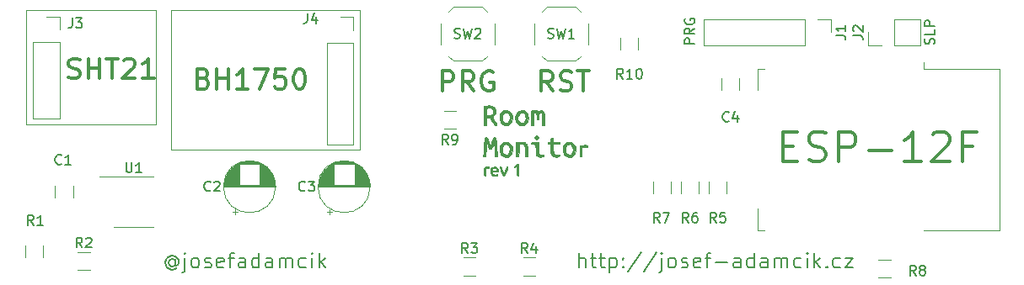
<source format=gbr>
G04 #@! TF.GenerationSoftware,KiCad,Pcbnew,5.1.4-e60b266~84~ubuntu19.04.1*
G04 #@! TF.CreationDate,2019-09-15T17:37:26+02:00*
G04 #@! TF.ProjectId,kicad,6b696361-642e-46b6-9963-61645f706362,rev?*
G04 #@! TF.SameCoordinates,Original*
G04 #@! TF.FileFunction,Legend,Top*
G04 #@! TF.FilePolarity,Positive*
%FSLAX46Y46*%
G04 Gerber Fmt 4.6, Leading zero omitted, Abs format (unit mm)*
G04 Created by KiCad (PCBNEW 5.1.4-e60b266~84~ubuntu19.04.1) date 2019-09-15 17:37:26*
%MOMM*%
%LPD*%
G04 APERTURE LIST*
%ADD10C,0.150000*%
%ADD11C,0.120000*%
%ADD12C,0.010000*%
%ADD13C,0.300000*%
G04 APERTURE END LIST*
D10*
X78015428Y-46906571D02*
X78015428Y-45406571D01*
X78658285Y-46906571D02*
X78658285Y-46120857D01*
X78586857Y-45978000D01*
X78444000Y-45906571D01*
X78229714Y-45906571D01*
X78086857Y-45978000D01*
X78015428Y-46049428D01*
X79158285Y-45906571D02*
X79729714Y-45906571D01*
X79372571Y-45406571D02*
X79372571Y-46692285D01*
X79444000Y-46835142D01*
X79586857Y-46906571D01*
X79729714Y-46906571D01*
X80015428Y-45906571D02*
X80586857Y-45906571D01*
X80229714Y-45406571D02*
X80229714Y-46692285D01*
X80301142Y-46835142D01*
X80444000Y-46906571D01*
X80586857Y-46906571D01*
X81086857Y-45906571D02*
X81086857Y-47406571D01*
X81086857Y-45978000D02*
X81229714Y-45906571D01*
X81515428Y-45906571D01*
X81658285Y-45978000D01*
X81729714Y-46049428D01*
X81801142Y-46192285D01*
X81801142Y-46620857D01*
X81729714Y-46763714D01*
X81658285Y-46835142D01*
X81515428Y-46906571D01*
X81229714Y-46906571D01*
X81086857Y-46835142D01*
X82444000Y-46763714D02*
X82515428Y-46835142D01*
X82444000Y-46906571D01*
X82372571Y-46835142D01*
X82444000Y-46763714D01*
X82444000Y-46906571D01*
X82444000Y-45978000D02*
X82515428Y-46049428D01*
X82444000Y-46120857D01*
X82372571Y-46049428D01*
X82444000Y-45978000D01*
X82444000Y-46120857D01*
X84229714Y-45335142D02*
X82944000Y-47263714D01*
X85801142Y-45335142D02*
X84515428Y-47263714D01*
X86301142Y-45906571D02*
X86301142Y-47192285D01*
X86229714Y-47335142D01*
X86086857Y-47406571D01*
X86015428Y-47406571D01*
X86301142Y-45406571D02*
X86229714Y-45478000D01*
X86301142Y-45549428D01*
X86372571Y-45478000D01*
X86301142Y-45406571D01*
X86301142Y-45549428D01*
X87229714Y-46906571D02*
X87086857Y-46835142D01*
X87015428Y-46763714D01*
X86944000Y-46620857D01*
X86944000Y-46192285D01*
X87015428Y-46049428D01*
X87086857Y-45978000D01*
X87229714Y-45906571D01*
X87444000Y-45906571D01*
X87586857Y-45978000D01*
X87658285Y-46049428D01*
X87729714Y-46192285D01*
X87729714Y-46620857D01*
X87658285Y-46763714D01*
X87586857Y-46835142D01*
X87444000Y-46906571D01*
X87229714Y-46906571D01*
X88301142Y-46835142D02*
X88444000Y-46906571D01*
X88729714Y-46906571D01*
X88872571Y-46835142D01*
X88944000Y-46692285D01*
X88944000Y-46620857D01*
X88872571Y-46478000D01*
X88729714Y-46406571D01*
X88515428Y-46406571D01*
X88372571Y-46335142D01*
X88301142Y-46192285D01*
X88301142Y-46120857D01*
X88372571Y-45978000D01*
X88515428Y-45906571D01*
X88729714Y-45906571D01*
X88872571Y-45978000D01*
X90158285Y-46835142D02*
X90015428Y-46906571D01*
X89729714Y-46906571D01*
X89586857Y-46835142D01*
X89515428Y-46692285D01*
X89515428Y-46120857D01*
X89586857Y-45978000D01*
X89729714Y-45906571D01*
X90015428Y-45906571D01*
X90158285Y-45978000D01*
X90229714Y-46120857D01*
X90229714Y-46263714D01*
X89515428Y-46406571D01*
X90658285Y-45906571D02*
X91229714Y-45906571D01*
X90872571Y-46906571D02*
X90872571Y-45620857D01*
X90944000Y-45478000D01*
X91086857Y-45406571D01*
X91229714Y-45406571D01*
X91729714Y-46335142D02*
X92872571Y-46335142D01*
X94229714Y-46906571D02*
X94229714Y-46120857D01*
X94158285Y-45978000D01*
X94015428Y-45906571D01*
X93729714Y-45906571D01*
X93586857Y-45978000D01*
X94229714Y-46835142D02*
X94086857Y-46906571D01*
X93729714Y-46906571D01*
X93586857Y-46835142D01*
X93515428Y-46692285D01*
X93515428Y-46549428D01*
X93586857Y-46406571D01*
X93729714Y-46335142D01*
X94086857Y-46335142D01*
X94229714Y-46263714D01*
X95586857Y-46906571D02*
X95586857Y-45406571D01*
X95586857Y-46835142D02*
X95444000Y-46906571D01*
X95158285Y-46906571D01*
X95015428Y-46835142D01*
X94944000Y-46763714D01*
X94872571Y-46620857D01*
X94872571Y-46192285D01*
X94944000Y-46049428D01*
X95015428Y-45978000D01*
X95158285Y-45906571D01*
X95444000Y-45906571D01*
X95586857Y-45978000D01*
X96944000Y-46906571D02*
X96944000Y-46120857D01*
X96872571Y-45978000D01*
X96729714Y-45906571D01*
X96444000Y-45906571D01*
X96301142Y-45978000D01*
X96944000Y-46835142D02*
X96801142Y-46906571D01*
X96444000Y-46906571D01*
X96301142Y-46835142D01*
X96229714Y-46692285D01*
X96229714Y-46549428D01*
X96301142Y-46406571D01*
X96444000Y-46335142D01*
X96801142Y-46335142D01*
X96944000Y-46263714D01*
X97658285Y-46906571D02*
X97658285Y-45906571D01*
X97658285Y-46049428D02*
X97729714Y-45978000D01*
X97872571Y-45906571D01*
X98086857Y-45906571D01*
X98229714Y-45978000D01*
X98301142Y-46120857D01*
X98301142Y-46906571D01*
X98301142Y-46120857D02*
X98372571Y-45978000D01*
X98515428Y-45906571D01*
X98729714Y-45906571D01*
X98872571Y-45978000D01*
X98944000Y-46120857D01*
X98944000Y-46906571D01*
X100301142Y-46835142D02*
X100158285Y-46906571D01*
X99872571Y-46906571D01*
X99729714Y-46835142D01*
X99658285Y-46763714D01*
X99586857Y-46620857D01*
X99586857Y-46192285D01*
X99658285Y-46049428D01*
X99729714Y-45978000D01*
X99872571Y-45906571D01*
X100158285Y-45906571D01*
X100301142Y-45978000D01*
X100944000Y-46906571D02*
X100944000Y-45906571D01*
X100944000Y-45406571D02*
X100872571Y-45478000D01*
X100944000Y-45549428D01*
X101015428Y-45478000D01*
X100944000Y-45406571D01*
X100944000Y-45549428D01*
X101658285Y-46906571D02*
X101658285Y-45406571D01*
X101801142Y-46335142D02*
X102229714Y-46906571D01*
X102229714Y-45906571D02*
X101658285Y-46478000D01*
X102872571Y-46763714D02*
X102944000Y-46835142D01*
X102872571Y-46906571D01*
X102801142Y-46835142D01*
X102872571Y-46763714D01*
X102872571Y-46906571D01*
X104229714Y-46835142D02*
X104086857Y-46906571D01*
X103801142Y-46906571D01*
X103658285Y-46835142D01*
X103586857Y-46763714D01*
X103515428Y-46620857D01*
X103515428Y-46192285D01*
X103586857Y-46049428D01*
X103658285Y-45978000D01*
X103801142Y-45906571D01*
X104086857Y-45906571D01*
X104229714Y-45978000D01*
X104729714Y-45906571D02*
X105515428Y-45906571D01*
X104729714Y-46906571D01*
X105515428Y-46906571D01*
X37414285Y-46192285D02*
X37342857Y-46120857D01*
X37200000Y-46049428D01*
X37057142Y-46049428D01*
X36914285Y-46120857D01*
X36842857Y-46192285D01*
X36771428Y-46335142D01*
X36771428Y-46478000D01*
X36842857Y-46620857D01*
X36914285Y-46692285D01*
X37057142Y-46763714D01*
X37200000Y-46763714D01*
X37342857Y-46692285D01*
X37414285Y-46620857D01*
X37414285Y-46049428D02*
X37414285Y-46620857D01*
X37485714Y-46692285D01*
X37557142Y-46692285D01*
X37700000Y-46620857D01*
X37771428Y-46478000D01*
X37771428Y-46120857D01*
X37628571Y-45906571D01*
X37414285Y-45763714D01*
X37128571Y-45692285D01*
X36842857Y-45763714D01*
X36628571Y-45906571D01*
X36485714Y-46120857D01*
X36414285Y-46406571D01*
X36485714Y-46692285D01*
X36628571Y-46906571D01*
X36842857Y-47049428D01*
X37128571Y-47120857D01*
X37414285Y-47049428D01*
X37628571Y-46906571D01*
X38414285Y-45906571D02*
X38414285Y-47192285D01*
X38342857Y-47335142D01*
X38200000Y-47406571D01*
X38128571Y-47406571D01*
X38414285Y-45406571D02*
X38342857Y-45478000D01*
X38414285Y-45549428D01*
X38485714Y-45478000D01*
X38414285Y-45406571D01*
X38414285Y-45549428D01*
X39342857Y-46906571D02*
X39200000Y-46835142D01*
X39128571Y-46763714D01*
X39057142Y-46620857D01*
X39057142Y-46192285D01*
X39128571Y-46049428D01*
X39200000Y-45978000D01*
X39342857Y-45906571D01*
X39557142Y-45906571D01*
X39700000Y-45978000D01*
X39771428Y-46049428D01*
X39842857Y-46192285D01*
X39842857Y-46620857D01*
X39771428Y-46763714D01*
X39700000Y-46835142D01*
X39557142Y-46906571D01*
X39342857Y-46906571D01*
X40414285Y-46835142D02*
X40557142Y-46906571D01*
X40842857Y-46906571D01*
X40985714Y-46835142D01*
X41057142Y-46692285D01*
X41057142Y-46620857D01*
X40985714Y-46478000D01*
X40842857Y-46406571D01*
X40628571Y-46406571D01*
X40485714Y-46335142D01*
X40414285Y-46192285D01*
X40414285Y-46120857D01*
X40485714Y-45978000D01*
X40628571Y-45906571D01*
X40842857Y-45906571D01*
X40985714Y-45978000D01*
X42271428Y-46835142D02*
X42128571Y-46906571D01*
X41842857Y-46906571D01*
X41700000Y-46835142D01*
X41628571Y-46692285D01*
X41628571Y-46120857D01*
X41700000Y-45978000D01*
X41842857Y-45906571D01*
X42128571Y-45906571D01*
X42271428Y-45978000D01*
X42342857Y-46120857D01*
X42342857Y-46263714D01*
X41628571Y-46406571D01*
X42771428Y-45906571D02*
X43342857Y-45906571D01*
X42985714Y-46906571D02*
X42985714Y-45620857D01*
X43057142Y-45478000D01*
X43200000Y-45406571D01*
X43342857Y-45406571D01*
X44485714Y-46906571D02*
X44485714Y-46120857D01*
X44414285Y-45978000D01*
X44271428Y-45906571D01*
X43985714Y-45906571D01*
X43842857Y-45978000D01*
X44485714Y-46835142D02*
X44342857Y-46906571D01*
X43985714Y-46906571D01*
X43842857Y-46835142D01*
X43771428Y-46692285D01*
X43771428Y-46549428D01*
X43842857Y-46406571D01*
X43985714Y-46335142D01*
X44342857Y-46335142D01*
X44485714Y-46263714D01*
X45842857Y-46906571D02*
X45842857Y-45406571D01*
X45842857Y-46835142D02*
X45700000Y-46906571D01*
X45414285Y-46906571D01*
X45271428Y-46835142D01*
X45200000Y-46763714D01*
X45128571Y-46620857D01*
X45128571Y-46192285D01*
X45200000Y-46049428D01*
X45271428Y-45978000D01*
X45414285Y-45906571D01*
X45700000Y-45906571D01*
X45842857Y-45978000D01*
X47200000Y-46906571D02*
X47200000Y-46120857D01*
X47128571Y-45978000D01*
X46985714Y-45906571D01*
X46700000Y-45906571D01*
X46557142Y-45978000D01*
X47200000Y-46835142D02*
X47057142Y-46906571D01*
X46700000Y-46906571D01*
X46557142Y-46835142D01*
X46485714Y-46692285D01*
X46485714Y-46549428D01*
X46557142Y-46406571D01*
X46700000Y-46335142D01*
X47057142Y-46335142D01*
X47200000Y-46263714D01*
X47914285Y-46906571D02*
X47914285Y-45906571D01*
X47914285Y-46049428D02*
X47985714Y-45978000D01*
X48128571Y-45906571D01*
X48342857Y-45906571D01*
X48485714Y-45978000D01*
X48557142Y-46120857D01*
X48557142Y-46906571D01*
X48557142Y-46120857D02*
X48628571Y-45978000D01*
X48771428Y-45906571D01*
X48985714Y-45906571D01*
X49128571Y-45978000D01*
X49200000Y-46120857D01*
X49200000Y-46906571D01*
X50557142Y-46835142D02*
X50414285Y-46906571D01*
X50128571Y-46906571D01*
X49985714Y-46835142D01*
X49914285Y-46763714D01*
X49842857Y-46620857D01*
X49842857Y-46192285D01*
X49914285Y-46049428D01*
X49985714Y-45978000D01*
X50128571Y-45906571D01*
X50414285Y-45906571D01*
X50557142Y-45978000D01*
X51199999Y-46906571D02*
X51199999Y-45906571D01*
X51199999Y-45406571D02*
X51128571Y-45478000D01*
X51199999Y-45549428D01*
X51271428Y-45478000D01*
X51199999Y-45406571D01*
X51199999Y-45549428D01*
X51914285Y-46906571D02*
X51914285Y-45406571D01*
X52057142Y-46335142D02*
X52485714Y-46906571D01*
X52485714Y-45906571D02*
X51914285Y-46478000D01*
D11*
X37000000Y-35000000D02*
X37000000Y-21000000D01*
X56000000Y-35000000D02*
X37000000Y-35000000D01*
X56000000Y-21000000D02*
X56000000Y-35000000D01*
X37000000Y-21000000D02*
X56000000Y-21000000D01*
X22500000Y-32450000D02*
X22500000Y-20950000D01*
X35500000Y-32450000D02*
X22500000Y-32450000D01*
X35500000Y-20950000D02*
X35500000Y-32450000D01*
X22500000Y-20950000D02*
X35500000Y-20950000D01*
D12*
G36*
X68898264Y-36753945D02*
G01*
X68954108Y-36783124D01*
X68961000Y-36808834D01*
X68933039Y-36852987D01*
X68840349Y-36871181D01*
X68791667Y-36872334D01*
X68622334Y-36872334D01*
X68622334Y-37274500D01*
X68621055Y-37461418D01*
X68615015Y-37579388D01*
X68600908Y-37644114D01*
X68575426Y-37671303D01*
X68537667Y-37676667D01*
X68499737Y-37671045D01*
X68475203Y-37644150D01*
X68461171Y-37580940D01*
X68454745Y-37466371D01*
X68453032Y-37285400D01*
X68453000Y-37236696D01*
X68454426Y-37026830D01*
X68464952Y-36887282D01*
X68493950Y-36803706D01*
X68550792Y-36761753D01*
X68644850Y-36747078D01*
X68773963Y-36745334D01*
X68898264Y-36753945D01*
X68898264Y-36753945D01*
G37*
X68898264Y-36753945D02*
X68954108Y-36783124D01*
X68961000Y-36808834D01*
X68933039Y-36852987D01*
X68840349Y-36871181D01*
X68791667Y-36872334D01*
X68622334Y-36872334D01*
X68622334Y-37274500D01*
X68621055Y-37461418D01*
X68615015Y-37579388D01*
X68600908Y-37644114D01*
X68575426Y-37671303D01*
X68537667Y-37676667D01*
X68499737Y-37671045D01*
X68475203Y-37644150D01*
X68461171Y-37580940D01*
X68454745Y-37466371D01*
X68453032Y-37285400D01*
X68453000Y-37236696D01*
X68454426Y-37026830D01*
X68464952Y-36887282D01*
X68493950Y-36803706D01*
X68550792Y-36761753D01*
X68644850Y-36747078D01*
X68773963Y-36745334D01*
X68898264Y-36753945D01*
G36*
X69707206Y-36779714D02*
G01*
X69721330Y-36786773D01*
X69791707Y-36860625D01*
X69852551Y-36983895D01*
X69888425Y-37121541D01*
X69892334Y-37174984D01*
X69883081Y-37215221D01*
X69843807Y-37238842D01*
X69757235Y-37250111D01*
X69606089Y-37253291D01*
X69574834Y-37253334D01*
X69396381Y-37258067D01*
X69295606Y-37276473D01*
X69265841Y-37314857D01*
X69300416Y-37379527D01*
X69366173Y-37450688D01*
X69452467Y-37521379D01*
X69540936Y-37542727D01*
X69644641Y-37532402D01*
X69752192Y-37519875D01*
X69797432Y-37532939D01*
X69800468Y-37577806D01*
X69799989Y-37580389D01*
X69751785Y-37631138D01*
X69648277Y-37662476D01*
X69516992Y-37672527D01*
X69385456Y-37659411D01*
X69281197Y-37621252D01*
X69273751Y-37616284D01*
X69164843Y-37491836D01*
X69105552Y-37324951D01*
X69097191Y-37142507D01*
X69109777Y-37093420D01*
X69257334Y-37093420D01*
X69295621Y-37111447D01*
X69394385Y-37123402D01*
X69490167Y-37126334D01*
X69639320Y-37117688D01*
X69714847Y-37092719D01*
X69723000Y-37076750D01*
X69687251Y-36989621D01*
X69602093Y-36912221D01*
X69500658Y-36873127D01*
X69486006Y-36872334D01*
X69396528Y-36905274D01*
X69310055Y-36982449D01*
X69260172Y-37071386D01*
X69257334Y-37093420D01*
X69109777Y-37093420D01*
X69141069Y-36971381D01*
X69235910Y-36840650D01*
X69378123Y-36766892D01*
X69548966Y-36745055D01*
X69707206Y-36779714D01*
X69707206Y-36779714D01*
G37*
X69707206Y-36779714D02*
X69721330Y-36786773D01*
X69791707Y-36860625D01*
X69852551Y-36983895D01*
X69888425Y-37121541D01*
X69892334Y-37174984D01*
X69883081Y-37215221D01*
X69843807Y-37238842D01*
X69757235Y-37250111D01*
X69606089Y-37253291D01*
X69574834Y-37253334D01*
X69396381Y-37258067D01*
X69295606Y-37276473D01*
X69265841Y-37314857D01*
X69300416Y-37379527D01*
X69366173Y-37450688D01*
X69452467Y-37521379D01*
X69540936Y-37542727D01*
X69644641Y-37532402D01*
X69752192Y-37519875D01*
X69797432Y-37532939D01*
X69800468Y-37577806D01*
X69799989Y-37580389D01*
X69751785Y-37631138D01*
X69648277Y-37662476D01*
X69516992Y-37672527D01*
X69385456Y-37659411D01*
X69281197Y-37621252D01*
X69273751Y-37616284D01*
X69164843Y-37491836D01*
X69105552Y-37324951D01*
X69097191Y-37142507D01*
X69109777Y-37093420D01*
X69257334Y-37093420D01*
X69295621Y-37111447D01*
X69394385Y-37123402D01*
X69490167Y-37126334D01*
X69639320Y-37117688D01*
X69714847Y-37092719D01*
X69723000Y-37076750D01*
X69687251Y-36989621D01*
X69602093Y-36912221D01*
X69500658Y-36873127D01*
X69486006Y-36872334D01*
X69396528Y-36905274D01*
X69310055Y-36982449D01*
X69260172Y-37071386D01*
X69257334Y-37093420D01*
X69109777Y-37093420D01*
X69141069Y-36971381D01*
X69235910Y-36840650D01*
X69378123Y-36766892D01*
X69548966Y-36745055D01*
X69707206Y-36779714D01*
G36*
X70792180Y-36754533D02*
G01*
X70811089Y-36789538D01*
X70803787Y-36861455D01*
X70768166Y-36981394D01*
X70702119Y-37160462D01*
X70640799Y-37316529D01*
X70554767Y-37513331D01*
X70482111Y-37630017D01*
X70417295Y-37669001D01*
X70354784Y-37632693D01*
X70289044Y-37523508D01*
X70268655Y-37478718D01*
X70206051Y-37327684D01*
X70141958Y-37161057D01*
X70084316Y-37001059D01*
X70041067Y-36869911D01*
X70020150Y-36789832D01*
X70019334Y-36781040D01*
X70054566Y-36751280D01*
X70097781Y-36745334D01*
X70142731Y-36763634D01*
X70187624Y-36827120D01*
X70239384Y-36948664D01*
X70296284Y-37114400D01*
X70353071Y-37286845D01*
X70390958Y-37388868D01*
X70417172Y-37430580D01*
X70438940Y-37422092D01*
X70463488Y-37373518D01*
X70470254Y-37357816D01*
X70512416Y-37246082D01*
X70563060Y-37093430D01*
X70594829Y-36988750D01*
X70642782Y-36845898D01*
X70687923Y-36770320D01*
X70740626Y-36745655D01*
X70749168Y-36745334D01*
X70792180Y-36754533D01*
X70792180Y-36754533D01*
G37*
X70792180Y-36754533D02*
X70811089Y-36789538D01*
X70803787Y-36861455D01*
X70768166Y-36981394D01*
X70702119Y-37160462D01*
X70640799Y-37316529D01*
X70554767Y-37513331D01*
X70482111Y-37630017D01*
X70417295Y-37669001D01*
X70354784Y-37632693D01*
X70289044Y-37523508D01*
X70268655Y-37478718D01*
X70206051Y-37327684D01*
X70141958Y-37161057D01*
X70084316Y-37001059D01*
X70041067Y-36869911D01*
X70020150Y-36789832D01*
X70019334Y-36781040D01*
X70054566Y-36751280D01*
X70097781Y-36745334D01*
X70142731Y-36763634D01*
X70187624Y-36827120D01*
X70239384Y-36948664D01*
X70296284Y-37114400D01*
X70353071Y-37286845D01*
X70390958Y-37388868D01*
X70417172Y-37430580D01*
X70438940Y-37422092D01*
X70463488Y-37373518D01*
X70470254Y-37357816D01*
X70512416Y-37246082D01*
X70563060Y-37093430D01*
X70594829Y-36988750D01*
X70642782Y-36845898D01*
X70687923Y-36770320D01*
X70740626Y-36745655D01*
X70749168Y-36745334D01*
X70792180Y-36754533D01*
G36*
X71899502Y-36489227D02*
G01*
X71911587Y-36601529D01*
X71920059Y-36773339D01*
X71924104Y-36992087D01*
X71924334Y-37062834D01*
X71923744Y-37302162D01*
X71920799Y-37469614D01*
X71913735Y-37577979D01*
X71900787Y-37640047D01*
X71880193Y-37668605D01*
X71850187Y-37676443D01*
X71839667Y-37676667D01*
X71803289Y-37671504D01*
X71779144Y-37646465D01*
X71764740Y-37587227D01*
X71757586Y-37479465D01*
X71755191Y-37308855D01*
X71755000Y-37189834D01*
X71750892Y-36952057D01*
X71737953Y-36794708D01*
X71715262Y-36713914D01*
X71681897Y-36705805D01*
X71649167Y-36745334D01*
X71593067Y-36781344D01*
X71518249Y-36783804D01*
X71465647Y-36755004D01*
X71460005Y-36734750D01*
X71494022Y-36688059D01*
X71577611Y-36619188D01*
X71685343Y-36545252D01*
X71791792Y-36483360D01*
X71871530Y-36450624D01*
X71884616Y-36449000D01*
X71899502Y-36489227D01*
X71899502Y-36489227D01*
G37*
X71899502Y-36489227D02*
X71911587Y-36601529D01*
X71920059Y-36773339D01*
X71924104Y-36992087D01*
X71924334Y-37062834D01*
X71923744Y-37302162D01*
X71920799Y-37469614D01*
X71913735Y-37577979D01*
X71900787Y-37640047D01*
X71880193Y-37668605D01*
X71850187Y-37676443D01*
X71839667Y-37676667D01*
X71803289Y-37671504D01*
X71779144Y-37646465D01*
X71764740Y-37587227D01*
X71757586Y-37479465D01*
X71755191Y-37308855D01*
X71755000Y-37189834D01*
X71750892Y-36952057D01*
X71737953Y-36794708D01*
X71715262Y-36713914D01*
X71681897Y-36705805D01*
X71649167Y-36745334D01*
X71593067Y-36781344D01*
X71518249Y-36783804D01*
X71465647Y-36755004D01*
X71460005Y-36734750D01*
X71494022Y-36688059D01*
X71577611Y-36619188D01*
X71685343Y-36545252D01*
X71791792Y-36483360D01*
X71871530Y-36450624D01*
X71884616Y-36449000D01*
X71899502Y-36489227D01*
G36*
X70917580Y-34276037D02*
G01*
X71088506Y-34392342D01*
X71219401Y-34562711D01*
X71300784Y-34777208D01*
X71323171Y-35025897D01*
X71316714Y-35107835D01*
X71255280Y-35339878D01*
X71138601Y-35530441D01*
X70979671Y-35670363D01*
X70791482Y-35750483D01*
X70587029Y-35761639D01*
X70442689Y-35724107D01*
X70244914Y-35603228D01*
X70106885Y-35423601D01*
X70030261Y-35188073D01*
X70014042Y-34987647D01*
X70019498Y-34940983D01*
X70277443Y-34940983D01*
X70286685Y-35129820D01*
X70335078Y-35301444D01*
X70422819Y-35432684D01*
X70474416Y-35471942D01*
X70624089Y-35516155D01*
X70780155Y-35494923D01*
X70904490Y-35415925D01*
X71004221Y-35252947D01*
X71048876Y-35053506D01*
X71038453Y-34845429D01*
X70972951Y-34656543D01*
X70904549Y-34561138D01*
X70773167Y-34478277D01*
X70614778Y-34461965D01*
X70482655Y-34502922D01*
X70375625Y-34604362D01*
X70307156Y-34758106D01*
X70277443Y-34940983D01*
X70019498Y-34940983D01*
X70045456Y-34718973D01*
X70137363Y-34502310D01*
X70286262Y-34343080D01*
X70488651Y-34246703D01*
X70493567Y-34245360D01*
X70716106Y-34223731D01*
X70917580Y-34276037D01*
X70917580Y-34276037D01*
G37*
X70917580Y-34276037D02*
X71088506Y-34392342D01*
X71219401Y-34562711D01*
X71300784Y-34777208D01*
X71323171Y-35025897D01*
X71316714Y-35107835D01*
X71255280Y-35339878D01*
X71138601Y-35530441D01*
X70979671Y-35670363D01*
X70791482Y-35750483D01*
X70587029Y-35761639D01*
X70442689Y-35724107D01*
X70244914Y-35603228D01*
X70106885Y-35423601D01*
X70030261Y-35188073D01*
X70014042Y-34987647D01*
X70019498Y-34940983D01*
X70277443Y-34940983D01*
X70286685Y-35129820D01*
X70335078Y-35301444D01*
X70422819Y-35432684D01*
X70474416Y-35471942D01*
X70624089Y-35516155D01*
X70780155Y-35494923D01*
X70904490Y-35415925D01*
X71004221Y-35252947D01*
X71048876Y-35053506D01*
X71038453Y-34845429D01*
X70972951Y-34656543D01*
X70904549Y-34561138D01*
X70773167Y-34478277D01*
X70614778Y-34461965D01*
X70482655Y-34502922D01*
X70375625Y-34604362D01*
X70307156Y-34758106D01*
X70277443Y-34940983D01*
X70019498Y-34940983D01*
X70045456Y-34718973D01*
X70137363Y-34502310D01*
X70286262Y-34343080D01*
X70488651Y-34246703D01*
X70493567Y-34245360D01*
X70716106Y-34223731D01*
X70917580Y-34276037D01*
G36*
X73914000Y-34799071D02*
G01*
X73915957Y-35063724D01*
X73925120Y-35255072D01*
X73946433Y-35384446D01*
X73984836Y-35463177D01*
X74045272Y-35502597D01*
X74132680Y-35514036D01*
X74224353Y-35510721D01*
X74352324Y-35505190D01*
X74417252Y-35516063D01*
X74440411Y-35552062D01*
X74443167Y-35600425D01*
X74415063Y-35691643D01*
X74337334Y-35733788D01*
X74109595Y-35763329D01*
X73899783Y-35715980D01*
X73888586Y-35711217D01*
X73786483Y-35648835D01*
X73721552Y-35577265D01*
X73720600Y-35575291D01*
X73704373Y-35503429D01*
X73687680Y-35366844D01*
X73672532Y-35185441D01*
X73661347Y-34988500D01*
X73638834Y-34480500D01*
X73413941Y-34467613D01*
X73283728Y-34456747D01*
X73218765Y-34437081D01*
X73199639Y-34398911D01*
X73202274Y-34361780D01*
X73215375Y-34315773D01*
X73250348Y-34287011D01*
X73324745Y-34270398D01*
X73456119Y-34260838D01*
X73564750Y-34256538D01*
X73914000Y-34244243D01*
X73914000Y-34799071D01*
X73914000Y-34799071D01*
G37*
X73914000Y-34799071D02*
X73915957Y-35063724D01*
X73925120Y-35255072D01*
X73946433Y-35384446D01*
X73984836Y-35463177D01*
X74045272Y-35502597D01*
X74132680Y-35514036D01*
X74224353Y-35510721D01*
X74352324Y-35505190D01*
X74417252Y-35516063D01*
X74440411Y-35552062D01*
X74443167Y-35600425D01*
X74415063Y-35691643D01*
X74337334Y-35733788D01*
X74109595Y-35763329D01*
X73899783Y-35715980D01*
X73888586Y-35711217D01*
X73786483Y-35648835D01*
X73721552Y-35577265D01*
X73720600Y-35575291D01*
X73704373Y-35503429D01*
X73687680Y-35366844D01*
X73672532Y-35185441D01*
X73661347Y-34988500D01*
X73638834Y-34480500D01*
X73413941Y-34467613D01*
X73283728Y-34456747D01*
X73218765Y-34437081D01*
X73199639Y-34398911D01*
X73202274Y-34361780D01*
X73215375Y-34315773D01*
X73250348Y-34287011D01*
X73324745Y-34270398D01*
X73456119Y-34260838D01*
X73564750Y-34256538D01*
X73914000Y-34244243D01*
X73914000Y-34799071D01*
G36*
X75395667Y-34247667D02*
G01*
X75713167Y-34247667D01*
X75874661Y-34248986D01*
X75969325Y-34256906D01*
X76014993Y-34277372D01*
X76029500Y-34316328D01*
X76030667Y-34353500D01*
X76026710Y-34407331D01*
X76002950Y-34438886D01*
X75941553Y-34454109D01*
X75824684Y-34458944D01*
X75713167Y-34459334D01*
X75395667Y-34459334D01*
X75396291Y-34872084D01*
X75402796Y-35095170D01*
X75420357Y-35270847D01*
X75447137Y-35381781D01*
X75451264Y-35390667D01*
X75489723Y-35449542D01*
X75543932Y-35480801D01*
X75638173Y-35492347D01*
X75764486Y-35492618D01*
X75908168Y-35493196D01*
X75988422Y-35505218D01*
X76026378Y-35535902D01*
X76042242Y-35587517D01*
X76041881Y-35657163D01*
X75993094Y-35700136D01*
X75908313Y-35728747D01*
X75673278Y-35764215D01*
X75453844Y-35742480D01*
X75362897Y-35699978D01*
X75266799Y-35621494D01*
X75263344Y-35617862D01*
X75220907Y-35566515D01*
X75191643Y-35507699D01*
X75172457Y-35424450D01*
X75160253Y-35299802D01*
X75151936Y-35116787D01*
X75147897Y-34985117D01*
X75132961Y-34459334D01*
X74989147Y-34459334D01*
X74890841Y-34450849D01*
X74851396Y-34413077D01*
X74845334Y-34353500D01*
X74856404Y-34281929D01*
X74906219Y-34252630D01*
X74993500Y-34247667D01*
X75141667Y-34247667D01*
X75141667Y-34040805D01*
X75145236Y-33916496D01*
X75165017Y-33852649D01*
X75214619Y-33825100D01*
X75268667Y-33815303D01*
X75395667Y-33796664D01*
X75395667Y-34247667D01*
X75395667Y-34247667D01*
G37*
X75395667Y-34247667D02*
X75713167Y-34247667D01*
X75874661Y-34248986D01*
X75969325Y-34256906D01*
X76014993Y-34277372D01*
X76029500Y-34316328D01*
X76030667Y-34353500D01*
X76026710Y-34407331D01*
X76002950Y-34438886D01*
X75941553Y-34454109D01*
X75824684Y-34458944D01*
X75713167Y-34459334D01*
X75395667Y-34459334D01*
X75396291Y-34872084D01*
X75402796Y-35095170D01*
X75420357Y-35270847D01*
X75447137Y-35381781D01*
X75451264Y-35390667D01*
X75489723Y-35449542D01*
X75543932Y-35480801D01*
X75638173Y-35492347D01*
X75764486Y-35492618D01*
X75908168Y-35493196D01*
X75988422Y-35505218D01*
X76026378Y-35535902D01*
X76042242Y-35587517D01*
X76041881Y-35657163D01*
X75993094Y-35700136D01*
X75908313Y-35728747D01*
X75673278Y-35764215D01*
X75453844Y-35742480D01*
X75362897Y-35699978D01*
X75266799Y-35621494D01*
X75263344Y-35617862D01*
X75220907Y-35566515D01*
X75191643Y-35507699D01*
X75172457Y-35424450D01*
X75160253Y-35299802D01*
X75151936Y-35116787D01*
X75147897Y-34985117D01*
X75132961Y-34459334D01*
X74989147Y-34459334D01*
X74890841Y-34450849D01*
X74851396Y-34413077D01*
X74845334Y-34353500D01*
X74856404Y-34281929D01*
X74906219Y-34252630D01*
X74993500Y-34247667D01*
X75141667Y-34247667D01*
X75141667Y-34040805D01*
X75145236Y-33916496D01*
X75165017Y-33852649D01*
X75214619Y-33825100D01*
X75268667Y-33815303D01*
X75395667Y-33796664D01*
X75395667Y-34247667D01*
G36*
X77267580Y-34276037D02*
G01*
X77438506Y-34392342D01*
X77569401Y-34562711D01*
X77650784Y-34777208D01*
X77673171Y-35025897D01*
X77666714Y-35107835D01*
X77605280Y-35339878D01*
X77488601Y-35530441D01*
X77329671Y-35670363D01*
X77141482Y-35750483D01*
X76937029Y-35761639D01*
X76792689Y-35724107D01*
X76594914Y-35603228D01*
X76456885Y-35423601D01*
X76380261Y-35188073D01*
X76364042Y-34987647D01*
X76369498Y-34940983D01*
X76627443Y-34940983D01*
X76636685Y-35129820D01*
X76685078Y-35301444D01*
X76772819Y-35432684D01*
X76824416Y-35471942D01*
X76974089Y-35516155D01*
X77130155Y-35494923D01*
X77254490Y-35415925D01*
X77348825Y-35268839D01*
X77394375Y-35095246D01*
X77395239Y-34913136D01*
X77355517Y-34740500D01*
X77279309Y-34595329D01*
X77170715Y-34495614D01*
X77036504Y-34459334D01*
X76915767Y-34474450D01*
X76832655Y-34502922D01*
X76725625Y-34604362D01*
X76657156Y-34758106D01*
X76627443Y-34940983D01*
X76369498Y-34940983D01*
X76395456Y-34718973D01*
X76487363Y-34502310D01*
X76636262Y-34343080D01*
X76838651Y-34246703D01*
X76843567Y-34245360D01*
X77066106Y-34223731D01*
X77267580Y-34276037D01*
X77267580Y-34276037D01*
G37*
X77267580Y-34276037D02*
X77438506Y-34392342D01*
X77569401Y-34562711D01*
X77650784Y-34777208D01*
X77673171Y-35025897D01*
X77666714Y-35107835D01*
X77605280Y-35339878D01*
X77488601Y-35530441D01*
X77329671Y-35670363D01*
X77141482Y-35750483D01*
X76937029Y-35761639D01*
X76792689Y-35724107D01*
X76594914Y-35603228D01*
X76456885Y-35423601D01*
X76380261Y-35188073D01*
X76364042Y-34987647D01*
X76369498Y-34940983D01*
X76627443Y-34940983D01*
X76636685Y-35129820D01*
X76685078Y-35301444D01*
X76772819Y-35432684D01*
X76824416Y-35471942D01*
X76974089Y-35516155D01*
X77130155Y-35494923D01*
X77254490Y-35415925D01*
X77348825Y-35268839D01*
X77394375Y-35095246D01*
X77395239Y-34913136D01*
X77355517Y-34740500D01*
X77279309Y-34595329D01*
X77170715Y-34495614D01*
X77036504Y-34459334D01*
X76915767Y-34474450D01*
X76832655Y-34502922D01*
X76725625Y-34604362D01*
X76657156Y-34758106D01*
X76627443Y-34940983D01*
X76369498Y-34940983D01*
X76395456Y-34718973D01*
X76487363Y-34502310D01*
X76636262Y-34343080D01*
X76838651Y-34246703D01*
X76843567Y-34245360D01*
X77066106Y-34223731D01*
X77267580Y-34276037D01*
G36*
X68711683Y-33786148D02*
G01*
X68751694Y-33807661D01*
X68788192Y-33860143D01*
X68828799Y-33957195D01*
X68881134Y-34112423D01*
X68927343Y-34258250D01*
X69076979Y-34734500D01*
X69222594Y-34268834D01*
X69286084Y-34068890D01*
X69333097Y-33935779D01*
X69371791Y-33855326D01*
X69410325Y-33813363D01*
X69456858Y-33795715D01*
X69498106Y-33790287D01*
X69573704Y-33787187D01*
X69615575Y-33810384D01*
X69638417Y-33879659D01*
X69655364Y-34001953D01*
X69667572Y-34123438D01*
X69682901Y-34307133D01*
X69699985Y-34532909D01*
X69717463Y-34780634D01*
X69733970Y-35030177D01*
X69748144Y-35261405D01*
X69758620Y-35454189D01*
X69764036Y-35588397D01*
X69764462Y-35612917D01*
X69753357Y-35695610D01*
X69700752Y-35726049D01*
X69638334Y-35729334D01*
X69511334Y-35729334D01*
X69506739Y-35189584D01*
X69502721Y-34957421D01*
X69495245Y-34731107D01*
X69485402Y-34537469D01*
X69474989Y-34409403D01*
X69447834Y-34168973D01*
X69323938Y-34570277D01*
X69266507Y-34752986D01*
X69224467Y-34869037D01*
X69188673Y-34932805D01*
X69149977Y-34958664D01*
X69099232Y-34960989D01*
X69076656Y-34958875D01*
X69018575Y-34947731D01*
X68974009Y-34918166D01*
X68933535Y-34854977D01*
X68887732Y-34742958D01*
X68827178Y-34566907D01*
X68819551Y-34544000D01*
X68685834Y-34141834D01*
X68659940Y-34840334D01*
X68650854Y-35081725D01*
X68642419Y-35299037D01*
X68635299Y-35475682D01*
X68630156Y-35595071D01*
X68628190Y-35634084D01*
X68604988Y-35704596D01*
X68531325Y-35728491D01*
X68500986Y-35729334D01*
X68379638Y-35729334D01*
X68396044Y-35422417D01*
X68410360Y-35176220D01*
X68427576Y-34914050D01*
X68446483Y-34651008D01*
X68465871Y-34402198D01*
X68484531Y-34182722D01*
X68501255Y-34007681D01*
X68514834Y-33892179D01*
X68521430Y-33856084D01*
X68580466Y-33795503D01*
X68660539Y-33782000D01*
X68711683Y-33786148D01*
X68711683Y-33786148D01*
G37*
X68711683Y-33786148D02*
X68751694Y-33807661D01*
X68788192Y-33860143D01*
X68828799Y-33957195D01*
X68881134Y-34112423D01*
X68927343Y-34258250D01*
X69076979Y-34734500D01*
X69222594Y-34268834D01*
X69286084Y-34068890D01*
X69333097Y-33935779D01*
X69371791Y-33855326D01*
X69410325Y-33813363D01*
X69456858Y-33795715D01*
X69498106Y-33790287D01*
X69573704Y-33787187D01*
X69615575Y-33810384D01*
X69638417Y-33879659D01*
X69655364Y-34001953D01*
X69667572Y-34123438D01*
X69682901Y-34307133D01*
X69699985Y-34532909D01*
X69717463Y-34780634D01*
X69733970Y-35030177D01*
X69748144Y-35261405D01*
X69758620Y-35454189D01*
X69764036Y-35588397D01*
X69764462Y-35612917D01*
X69753357Y-35695610D01*
X69700752Y-35726049D01*
X69638334Y-35729334D01*
X69511334Y-35729334D01*
X69506739Y-35189584D01*
X69502721Y-34957421D01*
X69495245Y-34731107D01*
X69485402Y-34537469D01*
X69474989Y-34409403D01*
X69447834Y-34168973D01*
X69323938Y-34570277D01*
X69266507Y-34752986D01*
X69224467Y-34869037D01*
X69188673Y-34932805D01*
X69149977Y-34958664D01*
X69099232Y-34960989D01*
X69076656Y-34958875D01*
X69018575Y-34947731D01*
X68974009Y-34918166D01*
X68933535Y-34854977D01*
X68887732Y-34742958D01*
X68827178Y-34566907D01*
X68819551Y-34544000D01*
X68685834Y-34141834D01*
X68659940Y-34840334D01*
X68650854Y-35081725D01*
X68642419Y-35299037D01*
X68635299Y-35475682D01*
X68630156Y-35595071D01*
X68628190Y-35634084D01*
X68604988Y-35704596D01*
X68531325Y-35728491D01*
X68500986Y-35729334D01*
X68379638Y-35729334D01*
X68396044Y-35422417D01*
X68410360Y-35176220D01*
X68427576Y-34914050D01*
X68446483Y-34651008D01*
X68465871Y-34402198D01*
X68484531Y-34182722D01*
X68501255Y-34007681D01*
X68514834Y-33892179D01*
X68521430Y-33856084D01*
X68580466Y-33795503D01*
X68660539Y-33782000D01*
X68711683Y-33786148D01*
G36*
X72423172Y-34254882D02*
G01*
X72564014Y-34300747D01*
X72591572Y-34317930D01*
X72675567Y-34389227D01*
X72735388Y-34468708D01*
X72775023Y-34571718D01*
X72798463Y-34713602D01*
X72809698Y-34909703D01*
X72812709Y-35168417D01*
X72813334Y-35729334D01*
X72559334Y-35729334D01*
X72559334Y-35205876D01*
X72557897Y-34981484D01*
X72552008Y-34824573D01*
X72539294Y-34717982D01*
X72517384Y-34644552D01*
X72483909Y-34587121D01*
X72471594Y-34570876D01*
X72401003Y-34500444D01*
X72313778Y-34467494D01*
X72176393Y-34459334D01*
X71968930Y-34459334D01*
X71957215Y-35083750D01*
X71945500Y-35708167D01*
X71807917Y-35721432D01*
X71670334Y-35734698D01*
X71670334Y-34296727D01*
X71806581Y-34266802D01*
X72019091Y-34236258D01*
X72233077Y-34232835D01*
X72423172Y-34254882D01*
X72423172Y-34254882D01*
G37*
X72423172Y-34254882D02*
X72564014Y-34300747D01*
X72591572Y-34317930D01*
X72675567Y-34389227D01*
X72735388Y-34468708D01*
X72775023Y-34571718D01*
X72798463Y-34713602D01*
X72809698Y-34909703D01*
X72812709Y-35168417D01*
X72813334Y-35729334D01*
X72559334Y-35729334D01*
X72559334Y-35205876D01*
X72557897Y-34981484D01*
X72552008Y-34824573D01*
X72539294Y-34717982D01*
X72517384Y-34644552D01*
X72483909Y-34587121D01*
X72471594Y-34570876D01*
X72401003Y-34500444D01*
X72313778Y-34467494D01*
X72176393Y-34459334D01*
X71968930Y-34459334D01*
X71957215Y-35083750D01*
X71945500Y-35708167D01*
X71807917Y-35721432D01*
X71670334Y-35734698D01*
X71670334Y-34296727D01*
X71806581Y-34266802D01*
X72019091Y-34236258D01*
X72233077Y-34232835D01*
X72423172Y-34254882D01*
G36*
X78721321Y-34563614D02*
G01*
X78828988Y-34603094D01*
X78867000Y-34672918D01*
X78858510Y-34716458D01*
X78821021Y-34741405D01*
X78736506Y-34752793D01*
X78586938Y-34755655D01*
X78570667Y-34755667D01*
X78274334Y-34755667D01*
X78274334Y-35729334D01*
X78062667Y-35729334D01*
X78062667Y-35179000D01*
X78063633Y-34974273D01*
X78066277Y-34804079D01*
X78070217Y-34684137D01*
X78075069Y-34630166D01*
X78076059Y-34628667D01*
X78121428Y-34621598D01*
X78225501Y-34603257D01*
X78336947Y-34582915D01*
X78553981Y-34556322D01*
X78721321Y-34563614D01*
X78721321Y-34563614D01*
G37*
X78721321Y-34563614D02*
X78828988Y-34603094D01*
X78867000Y-34672918D01*
X78858510Y-34716458D01*
X78821021Y-34741405D01*
X78736506Y-34752793D01*
X78586938Y-34755655D01*
X78570667Y-34755667D01*
X78274334Y-34755667D01*
X78274334Y-35729334D01*
X78062667Y-35729334D01*
X78062667Y-35179000D01*
X78063633Y-34974273D01*
X78066277Y-34804079D01*
X78070217Y-34684137D01*
X78075069Y-34630166D01*
X78076059Y-34628667D01*
X78121428Y-34621598D01*
X78225501Y-34603257D01*
X78336947Y-34582915D01*
X78553981Y-34556322D01*
X78721321Y-34563614D01*
G36*
X73724809Y-33619618D02*
G01*
X73838684Y-33667049D01*
X73899562Y-33760299D01*
X73897267Y-33872871D01*
X73851660Y-33950052D01*
X73755327Y-34024312D01*
X73662461Y-34018192D01*
X73575334Y-33951334D01*
X73505888Y-33838694D01*
X73507640Y-33731388D01*
X73571030Y-33650632D01*
X73686495Y-33617645D01*
X73724809Y-33619618D01*
X73724809Y-33619618D01*
G37*
X73724809Y-33619618D02*
X73838684Y-33667049D01*
X73899562Y-33760299D01*
X73897267Y-33872871D01*
X73851660Y-33950052D01*
X73755327Y-34024312D01*
X73662461Y-34018192D01*
X73575334Y-33951334D01*
X73505888Y-33838694D01*
X73507640Y-33731388D01*
X73571030Y-33650632D01*
X73686495Y-33617645D01*
X73724809Y-33619618D01*
G36*
X70917580Y-31101037D02*
G01*
X71088506Y-31217342D01*
X71219401Y-31387711D01*
X71300784Y-31602208D01*
X71323171Y-31850897D01*
X71316714Y-31932835D01*
X71255280Y-32164878D01*
X71138601Y-32355441D01*
X70979671Y-32495363D01*
X70791482Y-32575483D01*
X70587029Y-32586639D01*
X70442689Y-32549107D01*
X70244914Y-32428228D01*
X70106885Y-32248601D01*
X70030261Y-32013073D01*
X70014042Y-31812647D01*
X70019498Y-31765983D01*
X70277443Y-31765983D01*
X70286685Y-31954820D01*
X70335078Y-32126444D01*
X70422819Y-32257684D01*
X70474416Y-32296942D01*
X70624089Y-32341155D01*
X70780155Y-32319923D01*
X70904490Y-32240925D01*
X71004221Y-32077947D01*
X71048876Y-31878506D01*
X71038453Y-31670429D01*
X70972951Y-31481543D01*
X70904549Y-31386138D01*
X70773167Y-31303277D01*
X70614778Y-31286965D01*
X70482655Y-31327922D01*
X70375625Y-31429362D01*
X70307156Y-31583106D01*
X70277443Y-31765983D01*
X70019498Y-31765983D01*
X70045456Y-31543973D01*
X70137363Y-31327310D01*
X70286262Y-31168080D01*
X70488651Y-31071703D01*
X70493567Y-31070360D01*
X70716106Y-31048731D01*
X70917580Y-31101037D01*
X70917580Y-31101037D01*
G37*
X70917580Y-31101037D02*
X71088506Y-31217342D01*
X71219401Y-31387711D01*
X71300784Y-31602208D01*
X71323171Y-31850897D01*
X71316714Y-31932835D01*
X71255280Y-32164878D01*
X71138601Y-32355441D01*
X70979671Y-32495363D01*
X70791482Y-32575483D01*
X70587029Y-32586639D01*
X70442689Y-32549107D01*
X70244914Y-32428228D01*
X70106885Y-32248601D01*
X70030261Y-32013073D01*
X70014042Y-31812647D01*
X70019498Y-31765983D01*
X70277443Y-31765983D01*
X70286685Y-31954820D01*
X70335078Y-32126444D01*
X70422819Y-32257684D01*
X70474416Y-32296942D01*
X70624089Y-32341155D01*
X70780155Y-32319923D01*
X70904490Y-32240925D01*
X71004221Y-32077947D01*
X71048876Y-31878506D01*
X71038453Y-31670429D01*
X70972951Y-31481543D01*
X70904549Y-31386138D01*
X70773167Y-31303277D01*
X70614778Y-31286965D01*
X70482655Y-31327922D01*
X70375625Y-31429362D01*
X70307156Y-31583106D01*
X70277443Y-31765983D01*
X70019498Y-31765983D01*
X70045456Y-31543973D01*
X70137363Y-31327310D01*
X70286262Y-31168080D01*
X70488651Y-31071703D01*
X70493567Y-31070360D01*
X70716106Y-31048731D01*
X70917580Y-31101037D01*
G36*
X72398851Y-31062145D02*
G01*
X72592357Y-31149315D01*
X72666006Y-31206082D01*
X72796221Y-31358616D01*
X72870590Y-31545975D01*
X72894134Y-31783744D01*
X72890105Y-31901898D01*
X72856515Y-32125860D01*
X72779944Y-32296536D01*
X72647164Y-32439906D01*
X72595386Y-32480735D01*
X72462182Y-32543377D01*
X72290223Y-32578104D01*
X72122848Y-32577707D01*
X72072500Y-32567698D01*
X71887396Y-32475123D01*
X71738439Y-32317420D01*
X71635503Y-32109949D01*
X71588463Y-31868071D01*
X71586651Y-31813500D01*
X71840139Y-31813500D01*
X71859897Y-31934489D01*
X71908805Y-32078956D01*
X71971316Y-32206383D01*
X72011749Y-32260749D01*
X72128742Y-32324911D01*
X72279574Y-32340017D01*
X72426937Y-32302906D01*
X72438700Y-32296926D01*
X72526816Y-32209846D01*
X72597494Y-32067125D01*
X72638475Y-31897632D01*
X72644000Y-31813500D01*
X72622060Y-31641427D01*
X72564411Y-31481972D01*
X72483313Y-31364004D01*
X72438700Y-31330074D01*
X72285435Y-31287235D01*
X72128894Y-31305875D01*
X72019049Y-31368725D01*
X71949341Y-31466856D01*
X71886268Y-31608106D01*
X71846310Y-31751500D01*
X71840139Y-31813500D01*
X71586651Y-31813500D01*
X71586597Y-31811887D01*
X71618540Y-31570158D01*
X71708366Y-31365872D01*
X71843692Y-31205978D01*
X72012136Y-31097426D01*
X72201317Y-31047166D01*
X72398851Y-31062145D01*
X72398851Y-31062145D01*
G37*
X72398851Y-31062145D02*
X72592357Y-31149315D01*
X72666006Y-31206082D01*
X72796221Y-31358616D01*
X72870590Y-31545975D01*
X72894134Y-31783744D01*
X72890105Y-31901898D01*
X72856515Y-32125860D01*
X72779944Y-32296536D01*
X72647164Y-32439906D01*
X72595386Y-32480735D01*
X72462182Y-32543377D01*
X72290223Y-32578104D01*
X72122848Y-32577707D01*
X72072500Y-32567698D01*
X71887396Y-32475123D01*
X71738439Y-32317420D01*
X71635503Y-32109949D01*
X71588463Y-31868071D01*
X71586651Y-31813500D01*
X71840139Y-31813500D01*
X71859897Y-31934489D01*
X71908805Y-32078956D01*
X71971316Y-32206383D01*
X72011749Y-32260749D01*
X72128742Y-32324911D01*
X72279574Y-32340017D01*
X72426937Y-32302906D01*
X72438700Y-32296926D01*
X72526816Y-32209846D01*
X72597494Y-32067125D01*
X72638475Y-31897632D01*
X72644000Y-31813500D01*
X72622060Y-31641427D01*
X72564411Y-31481972D01*
X72483313Y-31364004D01*
X72438700Y-31330074D01*
X72285435Y-31287235D01*
X72128894Y-31305875D01*
X72019049Y-31368725D01*
X71949341Y-31466856D01*
X71886268Y-31608106D01*
X71846310Y-31751500D01*
X71840139Y-31813500D01*
X71586651Y-31813500D01*
X71586597Y-31811887D01*
X71618540Y-31570158D01*
X71708366Y-31365872D01*
X71843692Y-31205978D01*
X72012136Y-31097426D01*
X72201317Y-31047166D01*
X72398851Y-31062145D01*
G36*
X69163719Y-30597171D02*
G01*
X69369303Y-30670625D01*
X69519734Y-30782311D01*
X69574117Y-30859614D01*
X69629360Y-31039509D01*
X69629939Y-31235892D01*
X69581606Y-31423971D01*
X69490111Y-31578953D01*
X69387651Y-31663558D01*
X69351380Y-31687498D01*
X69336973Y-31720148D01*
X69348622Y-31776297D01*
X69390518Y-31870734D01*
X69466852Y-32018248D01*
X69512385Y-32103698D01*
X69599127Y-32268560D01*
X69668516Y-32405238D01*
X69712177Y-32496934D01*
X69723000Y-32526105D01*
X69686139Y-32545874D01*
X69597242Y-32554329D01*
X69594952Y-32554334D01*
X69491765Y-32535209D01*
X69432931Y-32462191D01*
X69423006Y-32437917D01*
X69379407Y-32342343D01*
X69307623Y-32204485D01*
X69224758Y-32056917D01*
X69142659Y-31920157D01*
X69082362Y-31841138D01*
X69023764Y-31804032D01*
X68946760Y-31793011D01*
X68888704Y-31792334D01*
X68707000Y-31792334D01*
X68707000Y-32554334D01*
X68453000Y-32554334D01*
X68453000Y-31174297D01*
X68707000Y-31174297D01*
X68710204Y-31338945D01*
X68718727Y-31469506D01*
X68730935Y-31544097D01*
X68735222Y-31552445D01*
X68794435Y-31576526D01*
X68904651Y-31571320D01*
X69066834Y-31539413D01*
X69240692Y-31465806D01*
X69348004Y-31343637D01*
X69384334Y-31179519D01*
X69346088Y-31009656D01*
X69239782Y-30879708D01*
X69078059Y-30803999D01*
X69047284Y-30797773D01*
X68894670Y-30778620D01*
X68795854Y-30791610D01*
X68739320Y-30849484D01*
X68713553Y-30964985D01*
X68707036Y-31150854D01*
X68707000Y-31174297D01*
X68453000Y-31174297D01*
X68453000Y-30612188D01*
X68647561Y-30583012D01*
X68918099Y-30566462D01*
X69163719Y-30597171D01*
X69163719Y-30597171D01*
G37*
X69163719Y-30597171D02*
X69369303Y-30670625D01*
X69519734Y-30782311D01*
X69574117Y-30859614D01*
X69629360Y-31039509D01*
X69629939Y-31235892D01*
X69581606Y-31423971D01*
X69490111Y-31578953D01*
X69387651Y-31663558D01*
X69351380Y-31687498D01*
X69336973Y-31720148D01*
X69348622Y-31776297D01*
X69390518Y-31870734D01*
X69466852Y-32018248D01*
X69512385Y-32103698D01*
X69599127Y-32268560D01*
X69668516Y-32405238D01*
X69712177Y-32496934D01*
X69723000Y-32526105D01*
X69686139Y-32545874D01*
X69597242Y-32554329D01*
X69594952Y-32554334D01*
X69491765Y-32535209D01*
X69432931Y-32462191D01*
X69423006Y-32437917D01*
X69379407Y-32342343D01*
X69307623Y-32204485D01*
X69224758Y-32056917D01*
X69142659Y-31920157D01*
X69082362Y-31841138D01*
X69023764Y-31804032D01*
X68946760Y-31793011D01*
X68888704Y-31792334D01*
X68707000Y-31792334D01*
X68707000Y-32554334D01*
X68453000Y-32554334D01*
X68453000Y-31174297D01*
X68707000Y-31174297D01*
X68710204Y-31338945D01*
X68718727Y-31469506D01*
X68730935Y-31544097D01*
X68735222Y-31552445D01*
X68794435Y-31576526D01*
X68904651Y-31571320D01*
X69066834Y-31539413D01*
X69240692Y-31465806D01*
X69348004Y-31343637D01*
X69384334Y-31179519D01*
X69346088Y-31009656D01*
X69239782Y-30879708D01*
X69078059Y-30803999D01*
X69047284Y-30797773D01*
X68894670Y-30778620D01*
X68795854Y-30791610D01*
X68739320Y-30849484D01*
X68713553Y-30964985D01*
X68707036Y-31150854D01*
X68707000Y-31174297D01*
X68453000Y-31174297D01*
X68453000Y-30612188D01*
X68647561Y-30583012D01*
X68918099Y-30566462D01*
X69163719Y-30597171D01*
G36*
X74250882Y-31078388D02*
G01*
X74342818Y-31121839D01*
X74410317Y-31186866D01*
X74456911Y-31285632D01*
X74486132Y-31430304D01*
X74501510Y-31633045D01*
X74506577Y-31906020D01*
X74506667Y-31959565D01*
X74506667Y-32554334D01*
X74295000Y-32554334D01*
X74295000Y-32027923D01*
X74291610Y-31752661D01*
X74279615Y-31551838D01*
X74256274Y-31415432D01*
X74218849Y-31333419D01*
X74164600Y-31295776D01*
X74093896Y-31292107D01*
X74036757Y-31301899D01*
X74001534Y-31326900D01*
X73981958Y-31384774D01*
X73971762Y-31493187D01*
X73965205Y-31654750D01*
X73957959Y-31825920D01*
X73947281Y-31929440D01*
X73927506Y-31982298D01*
X73892974Y-32001481D01*
X73848788Y-32004000D01*
X73790828Y-31998319D01*
X73759670Y-31967962D01*
X73747042Y-31892963D01*
X73744667Y-31753354D01*
X73744667Y-31752756D01*
X73735132Y-31537813D01*
X73703379Y-31395207D01*
X73644686Y-31314434D01*
X73554329Y-31284992D01*
X73534048Y-31284334D01*
X73406000Y-31284334D01*
X73406000Y-32554334D01*
X73192334Y-32554334D01*
X73215500Y-31097548D01*
X73375071Y-31064432D01*
X73593113Y-31060742D01*
X73694054Y-31086238D01*
X73822010Y-31118555D01*
X73927152Y-31108031D01*
X73986496Y-31086878D01*
X74124985Y-31054330D01*
X74250882Y-31078388D01*
X74250882Y-31078388D01*
G37*
X74250882Y-31078388D02*
X74342818Y-31121839D01*
X74410317Y-31186866D01*
X74456911Y-31285632D01*
X74486132Y-31430304D01*
X74501510Y-31633045D01*
X74506577Y-31906020D01*
X74506667Y-31959565D01*
X74506667Y-32554334D01*
X74295000Y-32554334D01*
X74295000Y-32027923D01*
X74291610Y-31752661D01*
X74279615Y-31551838D01*
X74256274Y-31415432D01*
X74218849Y-31333419D01*
X74164600Y-31295776D01*
X74093896Y-31292107D01*
X74036757Y-31301899D01*
X74001534Y-31326900D01*
X73981958Y-31384774D01*
X73971762Y-31493187D01*
X73965205Y-31654750D01*
X73957959Y-31825920D01*
X73947281Y-31929440D01*
X73927506Y-31982298D01*
X73892974Y-32001481D01*
X73848788Y-32004000D01*
X73790828Y-31998319D01*
X73759670Y-31967962D01*
X73747042Y-31892963D01*
X73744667Y-31753354D01*
X73744667Y-31752756D01*
X73735132Y-31537813D01*
X73703379Y-31395207D01*
X73644686Y-31314434D01*
X73554329Y-31284992D01*
X73534048Y-31284334D01*
X73406000Y-31284334D01*
X73406000Y-32554334D01*
X73192334Y-32554334D01*
X73215500Y-31097548D01*
X73375071Y-31064432D01*
X73593113Y-31060742D01*
X73694054Y-31086238D01*
X73822010Y-31118555D01*
X73927152Y-31108031D01*
X73986496Y-31086878D01*
X74124985Y-31054330D01*
X74250882Y-31078388D01*
D11*
X33254000Y-37694000D02*
X29804000Y-37694000D01*
X33254000Y-37694000D02*
X35204000Y-37694000D01*
X33254000Y-42814000D02*
X31304000Y-42814000D01*
X33254000Y-42814000D02*
X35204000Y-42814000D01*
X68252000Y-26088000D02*
X68742000Y-25598000D01*
X65352000Y-26088000D02*
X68252000Y-26088000D01*
X65352000Y-26088000D02*
X64862000Y-25598000D01*
X65352000Y-20648000D02*
X68252000Y-20648000D01*
X65352000Y-20648000D02*
X64862000Y-21138000D01*
X69522000Y-24408000D02*
X69522000Y-22328000D01*
X68252000Y-20648000D02*
X68742000Y-21138000D01*
X64082000Y-24408000D02*
X64082000Y-22328000D01*
X77650000Y-26088000D02*
X78140000Y-25598000D01*
X74750000Y-26088000D02*
X77650000Y-26088000D01*
X74750000Y-26088000D02*
X74260000Y-25598000D01*
X74750000Y-20648000D02*
X77650000Y-20648000D01*
X74750000Y-20648000D02*
X74260000Y-21138000D01*
X78920000Y-24408000D02*
X78920000Y-22328000D01*
X77650000Y-20648000D02*
X78140000Y-21138000D01*
X73480000Y-24408000D02*
X73480000Y-22328000D01*
X92308000Y-27845936D02*
X92308000Y-29050064D01*
X94128000Y-27845936D02*
X94128000Y-29050064D01*
X112590000Y-26870000D02*
X112590000Y-26260000D01*
X112590000Y-26870000D02*
X120210000Y-26870000D01*
X95970000Y-26870000D02*
X96590000Y-26870000D01*
X95970000Y-28990000D02*
X95970000Y-26870000D01*
X95970000Y-43110000D02*
X95970000Y-40990000D01*
X96590000Y-43110000D02*
X95970000Y-43110000D01*
X120210000Y-43110000D02*
X112590000Y-43110000D01*
X120210000Y-26870000D02*
X120210000Y-43110000D01*
X83968000Y-24986064D02*
X83968000Y-23781936D01*
X82148000Y-24986064D02*
X82148000Y-23781936D01*
X64421936Y-32914000D02*
X65626064Y-32914000D01*
X64421936Y-31094000D02*
X65626064Y-31094000D01*
X108097936Y-47910000D02*
X109302064Y-47910000D01*
X108097936Y-46090000D02*
X109302064Y-46090000D01*
X87270000Y-39464064D02*
X87270000Y-38259936D01*
X85450000Y-39464064D02*
X85450000Y-38259936D01*
X90064000Y-39464064D02*
X90064000Y-38259936D01*
X88244000Y-39464064D02*
X88244000Y-38259936D01*
X92858000Y-39412064D02*
X92858000Y-38207936D01*
X91038000Y-39412064D02*
X91038000Y-38207936D01*
X72397936Y-47710000D02*
X73602064Y-47710000D01*
X72397936Y-45890000D02*
X73602064Y-45890000D01*
X66397936Y-47710000D02*
X67602064Y-47710000D01*
X66397936Y-45890000D02*
X67602064Y-45890000D01*
X27651936Y-47164000D02*
X28856064Y-47164000D01*
X27651936Y-45344000D02*
X28856064Y-45344000D01*
X22344000Y-44651936D02*
X22344000Y-45856064D01*
X24164000Y-44651936D02*
X24164000Y-45856064D01*
X54000000Y-21670000D02*
X55330000Y-21670000D01*
X55330000Y-21670000D02*
X55330000Y-23000000D01*
X55330000Y-24270000D02*
X55330000Y-34490000D01*
X52670000Y-34490000D02*
X55330000Y-34490000D01*
X52670000Y-24270000D02*
X52670000Y-34490000D01*
X52670000Y-24270000D02*
X55330000Y-24270000D01*
X24500000Y-21620000D02*
X25830000Y-21620000D01*
X25830000Y-21620000D02*
X25830000Y-22950000D01*
X25830000Y-24220000D02*
X25830000Y-31900000D01*
X23170000Y-31900000D02*
X25830000Y-31900000D01*
X23170000Y-24220000D02*
X23170000Y-31900000D01*
X23170000Y-24220000D02*
X25830000Y-24220000D01*
X107070000Y-24530000D02*
X107070000Y-23200000D01*
X108400000Y-24530000D02*
X107070000Y-24530000D01*
X109670000Y-24530000D02*
X109670000Y-21870000D01*
X109670000Y-21870000D02*
X112270000Y-21870000D01*
X109670000Y-24530000D02*
X112270000Y-24530000D01*
X112270000Y-24530000D02*
X112270000Y-21870000D01*
X103330000Y-21870000D02*
X103330000Y-23200000D01*
X102000000Y-21870000D02*
X103330000Y-21870000D01*
X100730000Y-21870000D02*
X100730000Y-24530000D01*
X100730000Y-24530000D02*
X90510000Y-24530000D01*
X100730000Y-21870000D02*
X90510000Y-21870000D01*
X90510000Y-21870000D02*
X90510000Y-24530000D01*
X52675000Y-41304775D02*
X53175000Y-41304775D01*
X52925000Y-41554775D02*
X52925000Y-41054775D01*
X54116000Y-36149000D02*
X54684000Y-36149000D01*
X53882000Y-36189000D02*
X54918000Y-36189000D01*
X53723000Y-36229000D02*
X55077000Y-36229000D01*
X53595000Y-36269000D02*
X55205000Y-36269000D01*
X53485000Y-36309000D02*
X55315000Y-36309000D01*
X53389000Y-36349000D02*
X55411000Y-36349000D01*
X53302000Y-36389000D02*
X55498000Y-36389000D01*
X53222000Y-36429000D02*
X55578000Y-36429000D01*
X55440000Y-36469000D02*
X55651000Y-36469000D01*
X53149000Y-36469000D02*
X53360000Y-36469000D01*
X55440000Y-36509000D02*
X55719000Y-36509000D01*
X53081000Y-36509000D02*
X53360000Y-36509000D01*
X55440000Y-36549000D02*
X55783000Y-36549000D01*
X53017000Y-36549000D02*
X53360000Y-36549000D01*
X55440000Y-36589000D02*
X55843000Y-36589000D01*
X52957000Y-36589000D02*
X53360000Y-36589000D01*
X55440000Y-36629000D02*
X55900000Y-36629000D01*
X52900000Y-36629000D02*
X53360000Y-36629000D01*
X55440000Y-36669000D02*
X55954000Y-36669000D01*
X52846000Y-36669000D02*
X53360000Y-36669000D01*
X55440000Y-36709000D02*
X56005000Y-36709000D01*
X52795000Y-36709000D02*
X53360000Y-36709000D01*
X55440000Y-36749000D02*
X56053000Y-36749000D01*
X52747000Y-36749000D02*
X53360000Y-36749000D01*
X55440000Y-36789000D02*
X56099000Y-36789000D01*
X52701000Y-36789000D02*
X53360000Y-36789000D01*
X55440000Y-36829000D02*
X56143000Y-36829000D01*
X52657000Y-36829000D02*
X53360000Y-36829000D01*
X55440000Y-36869000D02*
X56185000Y-36869000D01*
X52615000Y-36869000D02*
X53360000Y-36869000D01*
X55440000Y-36909000D02*
X56226000Y-36909000D01*
X52574000Y-36909000D02*
X53360000Y-36909000D01*
X55440000Y-36949000D02*
X56264000Y-36949000D01*
X52536000Y-36949000D02*
X53360000Y-36949000D01*
X55440000Y-36989000D02*
X56301000Y-36989000D01*
X52499000Y-36989000D02*
X53360000Y-36989000D01*
X55440000Y-37029000D02*
X56337000Y-37029000D01*
X52463000Y-37029000D02*
X53360000Y-37029000D01*
X55440000Y-37069000D02*
X56371000Y-37069000D01*
X52429000Y-37069000D02*
X53360000Y-37069000D01*
X55440000Y-37109000D02*
X56404000Y-37109000D01*
X52396000Y-37109000D02*
X53360000Y-37109000D01*
X55440000Y-37149000D02*
X56435000Y-37149000D01*
X52365000Y-37149000D02*
X53360000Y-37149000D01*
X55440000Y-37189000D02*
X56465000Y-37189000D01*
X52335000Y-37189000D02*
X53360000Y-37189000D01*
X55440000Y-37229000D02*
X56495000Y-37229000D01*
X52305000Y-37229000D02*
X53360000Y-37229000D01*
X55440000Y-37269000D02*
X56522000Y-37269000D01*
X52278000Y-37269000D02*
X53360000Y-37269000D01*
X55440000Y-37309000D02*
X56549000Y-37309000D01*
X52251000Y-37309000D02*
X53360000Y-37309000D01*
X55440000Y-37349000D02*
X56575000Y-37349000D01*
X52225000Y-37349000D02*
X53360000Y-37349000D01*
X55440000Y-37389000D02*
X56600000Y-37389000D01*
X52200000Y-37389000D02*
X53360000Y-37389000D01*
X55440000Y-37429000D02*
X56624000Y-37429000D01*
X52176000Y-37429000D02*
X53360000Y-37429000D01*
X55440000Y-37469000D02*
X56647000Y-37469000D01*
X52153000Y-37469000D02*
X53360000Y-37469000D01*
X55440000Y-37509000D02*
X56668000Y-37509000D01*
X52132000Y-37509000D02*
X53360000Y-37509000D01*
X55440000Y-37549000D02*
X56690000Y-37549000D01*
X52110000Y-37549000D02*
X53360000Y-37549000D01*
X55440000Y-37589000D02*
X56710000Y-37589000D01*
X52090000Y-37589000D02*
X53360000Y-37589000D01*
X55440000Y-37629000D02*
X56729000Y-37629000D01*
X52071000Y-37629000D02*
X53360000Y-37629000D01*
X55440000Y-37669000D02*
X56748000Y-37669000D01*
X52052000Y-37669000D02*
X53360000Y-37669000D01*
X55440000Y-37709000D02*
X56765000Y-37709000D01*
X52035000Y-37709000D02*
X53360000Y-37709000D01*
X55440000Y-37749000D02*
X56782000Y-37749000D01*
X52018000Y-37749000D02*
X53360000Y-37749000D01*
X55440000Y-37789000D02*
X56798000Y-37789000D01*
X52002000Y-37789000D02*
X53360000Y-37789000D01*
X55440000Y-37829000D02*
X56814000Y-37829000D01*
X51986000Y-37829000D02*
X53360000Y-37829000D01*
X55440000Y-37869000D02*
X56828000Y-37869000D01*
X51972000Y-37869000D02*
X53360000Y-37869000D01*
X55440000Y-37909000D02*
X56842000Y-37909000D01*
X51958000Y-37909000D02*
X53360000Y-37909000D01*
X55440000Y-37949000D02*
X56855000Y-37949000D01*
X51945000Y-37949000D02*
X53360000Y-37949000D01*
X55440000Y-37989000D02*
X56868000Y-37989000D01*
X51932000Y-37989000D02*
X53360000Y-37989000D01*
X55440000Y-38029000D02*
X56880000Y-38029000D01*
X51920000Y-38029000D02*
X53360000Y-38029000D01*
X55440000Y-38070000D02*
X56891000Y-38070000D01*
X51909000Y-38070000D02*
X53360000Y-38070000D01*
X55440000Y-38110000D02*
X56901000Y-38110000D01*
X51899000Y-38110000D02*
X53360000Y-38110000D01*
X55440000Y-38150000D02*
X56911000Y-38150000D01*
X51889000Y-38150000D02*
X53360000Y-38150000D01*
X55440000Y-38190000D02*
X56920000Y-38190000D01*
X51880000Y-38190000D02*
X53360000Y-38190000D01*
X55440000Y-38230000D02*
X56928000Y-38230000D01*
X51872000Y-38230000D02*
X53360000Y-38230000D01*
X55440000Y-38270000D02*
X56936000Y-38270000D01*
X51864000Y-38270000D02*
X53360000Y-38270000D01*
X55440000Y-38310000D02*
X56943000Y-38310000D01*
X51857000Y-38310000D02*
X53360000Y-38310000D01*
X55440000Y-38350000D02*
X56950000Y-38350000D01*
X51850000Y-38350000D02*
X53360000Y-38350000D01*
X55440000Y-38390000D02*
X56956000Y-38390000D01*
X51844000Y-38390000D02*
X53360000Y-38390000D01*
X55440000Y-38430000D02*
X56961000Y-38430000D01*
X51839000Y-38430000D02*
X53360000Y-38430000D01*
X55440000Y-38470000D02*
X56965000Y-38470000D01*
X51835000Y-38470000D02*
X53360000Y-38470000D01*
X55440000Y-38510000D02*
X56969000Y-38510000D01*
X51831000Y-38510000D02*
X53360000Y-38510000D01*
X51827000Y-38550000D02*
X56973000Y-38550000D01*
X51824000Y-38590000D02*
X56976000Y-38590000D01*
X51822000Y-38630000D02*
X56978000Y-38630000D01*
X51821000Y-38670000D02*
X56979000Y-38670000D01*
X51820000Y-38710000D02*
X56980000Y-38710000D01*
X51820000Y-38750000D02*
X56980000Y-38750000D01*
X57020000Y-38750000D02*
G75*
G03X57020000Y-38750000I-2620000J0D01*
G01*
X43175000Y-41304775D02*
X43675000Y-41304775D01*
X43425000Y-41554775D02*
X43425000Y-41054775D01*
X44616000Y-36149000D02*
X45184000Y-36149000D01*
X44382000Y-36189000D02*
X45418000Y-36189000D01*
X44223000Y-36229000D02*
X45577000Y-36229000D01*
X44095000Y-36269000D02*
X45705000Y-36269000D01*
X43985000Y-36309000D02*
X45815000Y-36309000D01*
X43889000Y-36349000D02*
X45911000Y-36349000D01*
X43802000Y-36389000D02*
X45998000Y-36389000D01*
X43722000Y-36429000D02*
X46078000Y-36429000D01*
X45940000Y-36469000D02*
X46151000Y-36469000D01*
X43649000Y-36469000D02*
X43860000Y-36469000D01*
X45940000Y-36509000D02*
X46219000Y-36509000D01*
X43581000Y-36509000D02*
X43860000Y-36509000D01*
X45940000Y-36549000D02*
X46283000Y-36549000D01*
X43517000Y-36549000D02*
X43860000Y-36549000D01*
X45940000Y-36589000D02*
X46343000Y-36589000D01*
X43457000Y-36589000D02*
X43860000Y-36589000D01*
X45940000Y-36629000D02*
X46400000Y-36629000D01*
X43400000Y-36629000D02*
X43860000Y-36629000D01*
X45940000Y-36669000D02*
X46454000Y-36669000D01*
X43346000Y-36669000D02*
X43860000Y-36669000D01*
X45940000Y-36709000D02*
X46505000Y-36709000D01*
X43295000Y-36709000D02*
X43860000Y-36709000D01*
X45940000Y-36749000D02*
X46553000Y-36749000D01*
X43247000Y-36749000D02*
X43860000Y-36749000D01*
X45940000Y-36789000D02*
X46599000Y-36789000D01*
X43201000Y-36789000D02*
X43860000Y-36789000D01*
X45940000Y-36829000D02*
X46643000Y-36829000D01*
X43157000Y-36829000D02*
X43860000Y-36829000D01*
X45940000Y-36869000D02*
X46685000Y-36869000D01*
X43115000Y-36869000D02*
X43860000Y-36869000D01*
X45940000Y-36909000D02*
X46726000Y-36909000D01*
X43074000Y-36909000D02*
X43860000Y-36909000D01*
X45940000Y-36949000D02*
X46764000Y-36949000D01*
X43036000Y-36949000D02*
X43860000Y-36949000D01*
X45940000Y-36989000D02*
X46801000Y-36989000D01*
X42999000Y-36989000D02*
X43860000Y-36989000D01*
X45940000Y-37029000D02*
X46837000Y-37029000D01*
X42963000Y-37029000D02*
X43860000Y-37029000D01*
X45940000Y-37069000D02*
X46871000Y-37069000D01*
X42929000Y-37069000D02*
X43860000Y-37069000D01*
X45940000Y-37109000D02*
X46904000Y-37109000D01*
X42896000Y-37109000D02*
X43860000Y-37109000D01*
X45940000Y-37149000D02*
X46935000Y-37149000D01*
X42865000Y-37149000D02*
X43860000Y-37149000D01*
X45940000Y-37189000D02*
X46965000Y-37189000D01*
X42835000Y-37189000D02*
X43860000Y-37189000D01*
X45940000Y-37229000D02*
X46995000Y-37229000D01*
X42805000Y-37229000D02*
X43860000Y-37229000D01*
X45940000Y-37269000D02*
X47022000Y-37269000D01*
X42778000Y-37269000D02*
X43860000Y-37269000D01*
X45940000Y-37309000D02*
X47049000Y-37309000D01*
X42751000Y-37309000D02*
X43860000Y-37309000D01*
X45940000Y-37349000D02*
X47075000Y-37349000D01*
X42725000Y-37349000D02*
X43860000Y-37349000D01*
X45940000Y-37389000D02*
X47100000Y-37389000D01*
X42700000Y-37389000D02*
X43860000Y-37389000D01*
X45940000Y-37429000D02*
X47124000Y-37429000D01*
X42676000Y-37429000D02*
X43860000Y-37429000D01*
X45940000Y-37469000D02*
X47147000Y-37469000D01*
X42653000Y-37469000D02*
X43860000Y-37469000D01*
X45940000Y-37509000D02*
X47168000Y-37509000D01*
X42632000Y-37509000D02*
X43860000Y-37509000D01*
X45940000Y-37549000D02*
X47190000Y-37549000D01*
X42610000Y-37549000D02*
X43860000Y-37549000D01*
X45940000Y-37589000D02*
X47210000Y-37589000D01*
X42590000Y-37589000D02*
X43860000Y-37589000D01*
X45940000Y-37629000D02*
X47229000Y-37629000D01*
X42571000Y-37629000D02*
X43860000Y-37629000D01*
X45940000Y-37669000D02*
X47248000Y-37669000D01*
X42552000Y-37669000D02*
X43860000Y-37669000D01*
X45940000Y-37709000D02*
X47265000Y-37709000D01*
X42535000Y-37709000D02*
X43860000Y-37709000D01*
X45940000Y-37749000D02*
X47282000Y-37749000D01*
X42518000Y-37749000D02*
X43860000Y-37749000D01*
X45940000Y-37789000D02*
X47298000Y-37789000D01*
X42502000Y-37789000D02*
X43860000Y-37789000D01*
X45940000Y-37829000D02*
X47314000Y-37829000D01*
X42486000Y-37829000D02*
X43860000Y-37829000D01*
X45940000Y-37869000D02*
X47328000Y-37869000D01*
X42472000Y-37869000D02*
X43860000Y-37869000D01*
X45940000Y-37909000D02*
X47342000Y-37909000D01*
X42458000Y-37909000D02*
X43860000Y-37909000D01*
X45940000Y-37949000D02*
X47355000Y-37949000D01*
X42445000Y-37949000D02*
X43860000Y-37949000D01*
X45940000Y-37989000D02*
X47368000Y-37989000D01*
X42432000Y-37989000D02*
X43860000Y-37989000D01*
X45940000Y-38029000D02*
X47380000Y-38029000D01*
X42420000Y-38029000D02*
X43860000Y-38029000D01*
X45940000Y-38070000D02*
X47391000Y-38070000D01*
X42409000Y-38070000D02*
X43860000Y-38070000D01*
X45940000Y-38110000D02*
X47401000Y-38110000D01*
X42399000Y-38110000D02*
X43860000Y-38110000D01*
X45940000Y-38150000D02*
X47411000Y-38150000D01*
X42389000Y-38150000D02*
X43860000Y-38150000D01*
X45940000Y-38190000D02*
X47420000Y-38190000D01*
X42380000Y-38190000D02*
X43860000Y-38190000D01*
X45940000Y-38230000D02*
X47428000Y-38230000D01*
X42372000Y-38230000D02*
X43860000Y-38230000D01*
X45940000Y-38270000D02*
X47436000Y-38270000D01*
X42364000Y-38270000D02*
X43860000Y-38270000D01*
X45940000Y-38310000D02*
X47443000Y-38310000D01*
X42357000Y-38310000D02*
X43860000Y-38310000D01*
X45940000Y-38350000D02*
X47450000Y-38350000D01*
X42350000Y-38350000D02*
X43860000Y-38350000D01*
X45940000Y-38390000D02*
X47456000Y-38390000D01*
X42344000Y-38390000D02*
X43860000Y-38390000D01*
X45940000Y-38430000D02*
X47461000Y-38430000D01*
X42339000Y-38430000D02*
X43860000Y-38430000D01*
X45940000Y-38470000D02*
X47465000Y-38470000D01*
X42335000Y-38470000D02*
X43860000Y-38470000D01*
X45940000Y-38510000D02*
X47469000Y-38510000D01*
X42331000Y-38510000D02*
X43860000Y-38510000D01*
X42327000Y-38550000D02*
X47473000Y-38550000D01*
X42324000Y-38590000D02*
X47476000Y-38590000D01*
X42322000Y-38630000D02*
X47478000Y-38630000D01*
X42321000Y-38670000D02*
X47479000Y-38670000D01*
X42320000Y-38710000D02*
X47480000Y-38710000D01*
X42320000Y-38750000D02*
X47480000Y-38750000D01*
X47520000Y-38750000D02*
G75*
G03X47520000Y-38750000I-2620000J0D01*
G01*
X25344000Y-38651936D02*
X25344000Y-39856064D01*
X27164000Y-38651936D02*
X27164000Y-39856064D01*
D10*
X32492095Y-36306380D02*
X32492095Y-37115904D01*
X32539714Y-37211142D01*
X32587333Y-37258761D01*
X32682571Y-37306380D01*
X32873047Y-37306380D01*
X32968285Y-37258761D01*
X33015904Y-37211142D01*
X33063523Y-37115904D01*
X33063523Y-36306380D01*
X34063523Y-37306380D02*
X33492095Y-37306380D01*
X33777809Y-37306380D02*
X33777809Y-36306380D01*
X33682571Y-36449238D01*
X33587333Y-36544476D01*
X33492095Y-36592095D01*
X65468666Y-23772761D02*
X65611523Y-23820380D01*
X65849619Y-23820380D01*
X65944857Y-23772761D01*
X65992476Y-23725142D01*
X66040095Y-23629904D01*
X66040095Y-23534666D01*
X65992476Y-23439428D01*
X65944857Y-23391809D01*
X65849619Y-23344190D01*
X65659142Y-23296571D01*
X65563904Y-23248952D01*
X65516285Y-23201333D01*
X65468666Y-23106095D01*
X65468666Y-23010857D01*
X65516285Y-22915619D01*
X65563904Y-22868000D01*
X65659142Y-22820380D01*
X65897238Y-22820380D01*
X66040095Y-22868000D01*
X66373428Y-22820380D02*
X66611523Y-23820380D01*
X66802000Y-23106095D01*
X66992476Y-23820380D01*
X67230571Y-22820380D01*
X67563904Y-22915619D02*
X67611523Y-22868000D01*
X67706761Y-22820380D01*
X67944857Y-22820380D01*
X68040095Y-22868000D01*
X68087714Y-22915619D01*
X68135333Y-23010857D01*
X68135333Y-23106095D01*
X68087714Y-23248952D01*
X67516285Y-23820380D01*
X68135333Y-23820380D01*
D13*
X64278190Y-29098761D02*
X64278190Y-27098761D01*
X65040095Y-27098761D01*
X65230571Y-27194000D01*
X65325809Y-27289238D01*
X65421047Y-27479714D01*
X65421047Y-27765428D01*
X65325809Y-27955904D01*
X65230571Y-28051142D01*
X65040095Y-28146380D01*
X64278190Y-28146380D01*
X67421047Y-29098761D02*
X66754380Y-28146380D01*
X66278190Y-29098761D02*
X66278190Y-27098761D01*
X67040095Y-27098761D01*
X67230571Y-27194000D01*
X67325809Y-27289238D01*
X67421047Y-27479714D01*
X67421047Y-27765428D01*
X67325809Y-27955904D01*
X67230571Y-28051142D01*
X67040095Y-28146380D01*
X66278190Y-28146380D01*
X69325809Y-27194000D02*
X69135333Y-27098761D01*
X68849619Y-27098761D01*
X68563904Y-27194000D01*
X68373428Y-27384476D01*
X68278190Y-27574952D01*
X68182952Y-27955904D01*
X68182952Y-28241619D01*
X68278190Y-28622571D01*
X68373428Y-28813047D01*
X68563904Y-29003523D01*
X68849619Y-29098761D01*
X69040095Y-29098761D01*
X69325809Y-29003523D01*
X69421047Y-28908285D01*
X69421047Y-28241619D01*
X69040095Y-28241619D01*
D10*
X74866666Y-23772761D02*
X75009523Y-23820380D01*
X75247619Y-23820380D01*
X75342857Y-23772761D01*
X75390476Y-23725142D01*
X75438095Y-23629904D01*
X75438095Y-23534666D01*
X75390476Y-23439428D01*
X75342857Y-23391809D01*
X75247619Y-23344190D01*
X75057142Y-23296571D01*
X74961904Y-23248952D01*
X74914285Y-23201333D01*
X74866666Y-23106095D01*
X74866666Y-23010857D01*
X74914285Y-22915619D01*
X74961904Y-22868000D01*
X75057142Y-22820380D01*
X75295238Y-22820380D01*
X75438095Y-22868000D01*
X75771428Y-22820380D02*
X76009523Y-23820380D01*
X76200000Y-23106095D01*
X76390476Y-23820380D01*
X76628571Y-22820380D01*
X77533333Y-23820380D02*
X76961904Y-23820380D01*
X77247619Y-23820380D02*
X77247619Y-22820380D01*
X77152380Y-22963238D01*
X77057142Y-23058476D01*
X76961904Y-23106095D01*
D13*
X75358761Y-29098761D02*
X74692095Y-28146380D01*
X74215904Y-29098761D02*
X74215904Y-27098761D01*
X74977809Y-27098761D01*
X75168285Y-27194000D01*
X75263523Y-27289238D01*
X75358761Y-27479714D01*
X75358761Y-27765428D01*
X75263523Y-27955904D01*
X75168285Y-28051142D01*
X74977809Y-28146380D01*
X74215904Y-28146380D01*
X76120666Y-29003523D02*
X76406380Y-29098761D01*
X76882571Y-29098761D01*
X77073047Y-29003523D01*
X77168285Y-28908285D01*
X77263523Y-28717809D01*
X77263523Y-28527333D01*
X77168285Y-28336857D01*
X77073047Y-28241619D01*
X76882571Y-28146380D01*
X76501619Y-28051142D01*
X76311142Y-27955904D01*
X76215904Y-27860666D01*
X76120666Y-27670190D01*
X76120666Y-27479714D01*
X76215904Y-27289238D01*
X76311142Y-27194000D01*
X76501619Y-27098761D01*
X76977809Y-27098761D01*
X77263523Y-27194000D01*
X77834952Y-27098761D02*
X78977809Y-27098761D01*
X78406380Y-29098761D02*
X78406380Y-27098761D01*
D10*
X93051333Y-32107142D02*
X93003714Y-32154761D01*
X92860857Y-32202380D01*
X92765619Y-32202380D01*
X92622761Y-32154761D01*
X92527523Y-32059523D01*
X92479904Y-31964285D01*
X92432285Y-31773809D01*
X92432285Y-31630952D01*
X92479904Y-31440476D01*
X92527523Y-31345238D01*
X92622761Y-31250000D01*
X92765619Y-31202380D01*
X92860857Y-31202380D01*
X93003714Y-31250000D01*
X93051333Y-31297619D01*
X93908476Y-31535714D02*
X93908476Y-32202380D01*
X93670380Y-31154761D02*
X93432285Y-31869047D01*
X94051333Y-31869047D01*
D13*
X98518571Y-34645714D02*
X99518571Y-34645714D01*
X99947142Y-36217142D02*
X98518571Y-36217142D01*
X98518571Y-33217142D01*
X99947142Y-33217142D01*
X101090000Y-36074285D02*
X101518571Y-36217142D01*
X102232857Y-36217142D01*
X102518571Y-36074285D01*
X102661428Y-35931428D01*
X102804285Y-35645714D01*
X102804285Y-35360000D01*
X102661428Y-35074285D01*
X102518571Y-34931428D01*
X102232857Y-34788571D01*
X101661428Y-34645714D01*
X101375714Y-34502857D01*
X101232857Y-34360000D01*
X101090000Y-34074285D01*
X101090000Y-33788571D01*
X101232857Y-33502857D01*
X101375714Y-33360000D01*
X101661428Y-33217142D01*
X102375714Y-33217142D01*
X102804285Y-33360000D01*
X104090000Y-36217142D02*
X104090000Y-33217142D01*
X105232857Y-33217142D01*
X105518571Y-33360000D01*
X105661428Y-33502857D01*
X105804285Y-33788571D01*
X105804285Y-34217142D01*
X105661428Y-34502857D01*
X105518571Y-34645714D01*
X105232857Y-34788571D01*
X104090000Y-34788571D01*
X107090000Y-35074285D02*
X109375714Y-35074285D01*
X112375714Y-36217142D02*
X110661428Y-36217142D01*
X111518571Y-36217142D02*
X111518571Y-33217142D01*
X111232857Y-33645714D01*
X110947142Y-33931428D01*
X110661428Y-34074285D01*
X113518571Y-33502857D02*
X113661428Y-33360000D01*
X113947142Y-33217142D01*
X114661428Y-33217142D01*
X114947142Y-33360000D01*
X115090000Y-33502857D01*
X115232857Y-33788571D01*
X115232857Y-34074285D01*
X115090000Y-34502857D01*
X113375714Y-36217142D01*
X115232857Y-36217142D01*
X117518571Y-34645714D02*
X116518571Y-34645714D01*
X116518571Y-36217142D02*
X116518571Y-33217142D01*
X117947142Y-33217142D01*
D10*
X82415142Y-27884380D02*
X82081809Y-27408190D01*
X81843714Y-27884380D02*
X81843714Y-26884380D01*
X82224666Y-26884380D01*
X82319904Y-26932000D01*
X82367523Y-26979619D01*
X82415142Y-27074857D01*
X82415142Y-27217714D01*
X82367523Y-27312952D01*
X82319904Y-27360571D01*
X82224666Y-27408190D01*
X81843714Y-27408190D01*
X83367523Y-27884380D02*
X82796095Y-27884380D01*
X83081809Y-27884380D02*
X83081809Y-26884380D01*
X82986571Y-27027238D01*
X82891333Y-27122476D01*
X82796095Y-27170095D01*
X83986571Y-26884380D02*
X84081809Y-26884380D01*
X84177047Y-26932000D01*
X84224666Y-26979619D01*
X84272285Y-27074857D01*
X84319904Y-27265333D01*
X84319904Y-27503428D01*
X84272285Y-27693904D01*
X84224666Y-27789142D01*
X84177047Y-27836761D01*
X84081809Y-27884380D01*
X83986571Y-27884380D01*
X83891333Y-27836761D01*
X83843714Y-27789142D01*
X83796095Y-27693904D01*
X83748476Y-27503428D01*
X83748476Y-27265333D01*
X83796095Y-27074857D01*
X83843714Y-26979619D01*
X83891333Y-26932000D01*
X83986571Y-26884380D01*
X64857333Y-34488380D02*
X64524000Y-34012190D01*
X64285904Y-34488380D02*
X64285904Y-33488380D01*
X64666857Y-33488380D01*
X64762095Y-33536000D01*
X64809714Y-33583619D01*
X64857333Y-33678857D01*
X64857333Y-33821714D01*
X64809714Y-33916952D01*
X64762095Y-33964571D01*
X64666857Y-34012190D01*
X64285904Y-34012190D01*
X65333523Y-34488380D02*
X65524000Y-34488380D01*
X65619238Y-34440761D01*
X65666857Y-34393142D01*
X65762095Y-34250285D01*
X65809714Y-34059809D01*
X65809714Y-33678857D01*
X65762095Y-33583619D01*
X65714476Y-33536000D01*
X65619238Y-33488380D01*
X65428761Y-33488380D01*
X65333523Y-33536000D01*
X65285904Y-33583619D01*
X65238285Y-33678857D01*
X65238285Y-33916952D01*
X65285904Y-34012190D01*
X65333523Y-34059809D01*
X65428761Y-34107428D01*
X65619238Y-34107428D01*
X65714476Y-34059809D01*
X65762095Y-34012190D01*
X65809714Y-33916952D01*
X111847333Y-47696380D02*
X111514000Y-47220190D01*
X111275904Y-47696380D02*
X111275904Y-46696380D01*
X111656857Y-46696380D01*
X111752095Y-46744000D01*
X111799714Y-46791619D01*
X111847333Y-46886857D01*
X111847333Y-47029714D01*
X111799714Y-47124952D01*
X111752095Y-47172571D01*
X111656857Y-47220190D01*
X111275904Y-47220190D01*
X112418761Y-47124952D02*
X112323523Y-47077333D01*
X112275904Y-47029714D01*
X112228285Y-46934476D01*
X112228285Y-46886857D01*
X112275904Y-46791619D01*
X112323523Y-46744000D01*
X112418761Y-46696380D01*
X112609238Y-46696380D01*
X112704476Y-46744000D01*
X112752095Y-46791619D01*
X112799714Y-46886857D01*
X112799714Y-46934476D01*
X112752095Y-47029714D01*
X112704476Y-47077333D01*
X112609238Y-47124952D01*
X112418761Y-47124952D01*
X112323523Y-47172571D01*
X112275904Y-47220190D01*
X112228285Y-47315428D01*
X112228285Y-47505904D01*
X112275904Y-47601142D01*
X112323523Y-47648761D01*
X112418761Y-47696380D01*
X112609238Y-47696380D01*
X112704476Y-47648761D01*
X112752095Y-47601142D01*
X112799714Y-47505904D01*
X112799714Y-47315428D01*
X112752095Y-47220190D01*
X112704476Y-47172571D01*
X112609238Y-47124952D01*
X86093333Y-42362380D02*
X85760000Y-41886190D01*
X85521904Y-42362380D02*
X85521904Y-41362380D01*
X85902857Y-41362380D01*
X85998095Y-41410000D01*
X86045714Y-41457619D01*
X86093333Y-41552857D01*
X86093333Y-41695714D01*
X86045714Y-41790952D01*
X85998095Y-41838571D01*
X85902857Y-41886190D01*
X85521904Y-41886190D01*
X86426666Y-41362380D02*
X87093333Y-41362380D01*
X86664761Y-42362380D01*
X88987333Y-42362380D02*
X88654000Y-41886190D01*
X88415904Y-42362380D02*
X88415904Y-41362380D01*
X88796857Y-41362380D01*
X88892095Y-41410000D01*
X88939714Y-41457619D01*
X88987333Y-41552857D01*
X88987333Y-41695714D01*
X88939714Y-41790952D01*
X88892095Y-41838571D01*
X88796857Y-41886190D01*
X88415904Y-41886190D01*
X89844476Y-41362380D02*
X89654000Y-41362380D01*
X89558761Y-41410000D01*
X89511142Y-41457619D01*
X89415904Y-41600476D01*
X89368285Y-41790952D01*
X89368285Y-42171904D01*
X89415904Y-42267142D01*
X89463523Y-42314761D01*
X89558761Y-42362380D01*
X89749238Y-42362380D01*
X89844476Y-42314761D01*
X89892095Y-42267142D01*
X89939714Y-42171904D01*
X89939714Y-41933809D01*
X89892095Y-41838571D01*
X89844476Y-41790952D01*
X89749238Y-41743333D01*
X89558761Y-41743333D01*
X89463523Y-41790952D01*
X89415904Y-41838571D01*
X89368285Y-41933809D01*
X91781333Y-42362380D02*
X91448000Y-41886190D01*
X91209904Y-42362380D02*
X91209904Y-41362380D01*
X91590857Y-41362380D01*
X91686095Y-41410000D01*
X91733714Y-41457619D01*
X91781333Y-41552857D01*
X91781333Y-41695714D01*
X91733714Y-41790952D01*
X91686095Y-41838571D01*
X91590857Y-41886190D01*
X91209904Y-41886190D01*
X92686095Y-41362380D02*
X92209904Y-41362380D01*
X92162285Y-41838571D01*
X92209904Y-41790952D01*
X92305142Y-41743333D01*
X92543238Y-41743333D01*
X92638476Y-41790952D01*
X92686095Y-41838571D01*
X92733714Y-41933809D01*
X92733714Y-42171904D01*
X92686095Y-42267142D01*
X92638476Y-42314761D01*
X92543238Y-42362380D01*
X92305142Y-42362380D01*
X92209904Y-42314761D01*
X92162285Y-42267142D01*
X72833333Y-45432380D02*
X72500000Y-44956190D01*
X72261904Y-45432380D02*
X72261904Y-44432380D01*
X72642857Y-44432380D01*
X72738095Y-44480000D01*
X72785714Y-44527619D01*
X72833333Y-44622857D01*
X72833333Y-44765714D01*
X72785714Y-44860952D01*
X72738095Y-44908571D01*
X72642857Y-44956190D01*
X72261904Y-44956190D01*
X73690476Y-44765714D02*
X73690476Y-45432380D01*
X73452380Y-44384761D02*
X73214285Y-45099047D01*
X73833333Y-45099047D01*
X66833333Y-45432380D02*
X66500000Y-44956190D01*
X66261904Y-45432380D02*
X66261904Y-44432380D01*
X66642857Y-44432380D01*
X66738095Y-44480000D01*
X66785714Y-44527619D01*
X66833333Y-44622857D01*
X66833333Y-44765714D01*
X66785714Y-44860952D01*
X66738095Y-44908571D01*
X66642857Y-44956190D01*
X66261904Y-44956190D01*
X67166666Y-44432380D02*
X67785714Y-44432380D01*
X67452380Y-44813333D01*
X67595238Y-44813333D01*
X67690476Y-44860952D01*
X67738095Y-44908571D01*
X67785714Y-45003809D01*
X67785714Y-45241904D01*
X67738095Y-45337142D01*
X67690476Y-45384761D01*
X67595238Y-45432380D01*
X67309523Y-45432380D01*
X67214285Y-45384761D01*
X67166666Y-45337142D01*
X28087333Y-44886380D02*
X27754000Y-44410190D01*
X27515904Y-44886380D02*
X27515904Y-43886380D01*
X27896857Y-43886380D01*
X27992095Y-43934000D01*
X28039714Y-43981619D01*
X28087333Y-44076857D01*
X28087333Y-44219714D01*
X28039714Y-44314952D01*
X27992095Y-44362571D01*
X27896857Y-44410190D01*
X27515904Y-44410190D01*
X28468285Y-43981619D02*
X28515904Y-43934000D01*
X28611142Y-43886380D01*
X28849238Y-43886380D01*
X28944476Y-43934000D01*
X28992095Y-43981619D01*
X29039714Y-44076857D01*
X29039714Y-44172095D01*
X28992095Y-44314952D01*
X28420666Y-44886380D01*
X29039714Y-44886380D01*
X23201333Y-42616380D02*
X22868000Y-42140190D01*
X22629904Y-42616380D02*
X22629904Y-41616380D01*
X23010857Y-41616380D01*
X23106095Y-41664000D01*
X23153714Y-41711619D01*
X23201333Y-41806857D01*
X23201333Y-41949714D01*
X23153714Y-42044952D01*
X23106095Y-42092571D01*
X23010857Y-42140190D01*
X22629904Y-42140190D01*
X24153714Y-42616380D02*
X23582285Y-42616380D01*
X23868000Y-42616380D02*
X23868000Y-41616380D01*
X23772761Y-41759238D01*
X23677523Y-41854476D01*
X23582285Y-41902095D01*
X50720666Y-21296380D02*
X50720666Y-22010666D01*
X50673047Y-22153523D01*
X50577809Y-22248761D01*
X50434952Y-22296380D01*
X50339714Y-22296380D01*
X51625428Y-21629714D02*
X51625428Y-22296380D01*
X51387333Y-21248761D02*
X51149238Y-21963047D01*
X51768285Y-21963047D01*
D13*
X40285714Y-27857142D02*
X40571428Y-27952380D01*
X40666666Y-28047619D01*
X40761904Y-28238095D01*
X40761904Y-28523809D01*
X40666666Y-28714285D01*
X40571428Y-28809523D01*
X40380952Y-28904761D01*
X39619047Y-28904761D01*
X39619047Y-26904761D01*
X40285714Y-26904761D01*
X40476190Y-27000000D01*
X40571428Y-27095238D01*
X40666666Y-27285714D01*
X40666666Y-27476190D01*
X40571428Y-27666666D01*
X40476190Y-27761904D01*
X40285714Y-27857142D01*
X39619047Y-27857142D01*
X41619047Y-28904761D02*
X41619047Y-26904761D01*
X41619047Y-27857142D02*
X42761904Y-27857142D01*
X42761904Y-28904761D02*
X42761904Y-26904761D01*
X44761904Y-28904761D02*
X43619047Y-28904761D01*
X44190476Y-28904761D02*
X44190476Y-26904761D01*
X44000000Y-27190476D01*
X43809523Y-27380952D01*
X43619047Y-27476190D01*
X45428571Y-26904761D02*
X46761904Y-26904761D01*
X45904761Y-28904761D01*
X48476190Y-26904761D02*
X47523809Y-26904761D01*
X47428571Y-27857142D01*
X47523809Y-27761904D01*
X47714285Y-27666666D01*
X48190476Y-27666666D01*
X48380952Y-27761904D01*
X48476190Y-27857142D01*
X48571428Y-28047619D01*
X48571428Y-28523809D01*
X48476190Y-28714285D01*
X48380952Y-28809523D01*
X48190476Y-28904761D01*
X47714285Y-28904761D01*
X47523809Y-28809523D01*
X47428571Y-28714285D01*
X49809523Y-26904761D02*
X50000000Y-26904761D01*
X50190476Y-27000000D01*
X50285714Y-27095238D01*
X50380952Y-27285714D01*
X50476190Y-27666666D01*
X50476190Y-28142857D01*
X50380952Y-28523809D01*
X50285714Y-28714285D01*
X50190476Y-28809523D01*
X50000000Y-28904761D01*
X49809523Y-28904761D01*
X49619047Y-28809523D01*
X49523809Y-28714285D01*
X49428571Y-28523809D01*
X49333333Y-28142857D01*
X49333333Y-27666666D01*
X49428571Y-27285714D01*
X49523809Y-27095238D01*
X49619047Y-27000000D01*
X49809523Y-26904761D01*
D10*
X27082666Y-21770380D02*
X27082666Y-22484666D01*
X27035047Y-22627523D01*
X26939809Y-22722761D01*
X26796952Y-22770380D01*
X26701714Y-22770380D01*
X27463619Y-21770380D02*
X28082666Y-21770380D01*
X27749333Y-22151333D01*
X27892190Y-22151333D01*
X27987428Y-22198952D01*
X28035047Y-22246571D01*
X28082666Y-22341809D01*
X28082666Y-22579904D01*
X28035047Y-22675142D01*
X27987428Y-22722761D01*
X27892190Y-22770380D01*
X27606476Y-22770380D01*
X27511238Y-22722761D01*
X27463619Y-22675142D01*
D13*
X26714285Y-27759523D02*
X27000000Y-27854761D01*
X27476190Y-27854761D01*
X27666666Y-27759523D01*
X27761904Y-27664285D01*
X27857142Y-27473809D01*
X27857142Y-27283333D01*
X27761904Y-27092857D01*
X27666666Y-26997619D01*
X27476190Y-26902380D01*
X27095238Y-26807142D01*
X26904761Y-26711904D01*
X26809523Y-26616666D01*
X26714285Y-26426190D01*
X26714285Y-26235714D01*
X26809523Y-26045238D01*
X26904761Y-25950000D01*
X27095238Y-25854761D01*
X27571428Y-25854761D01*
X27857142Y-25950000D01*
X28714285Y-27854761D02*
X28714285Y-25854761D01*
X28714285Y-26807142D02*
X29857142Y-26807142D01*
X29857142Y-27854761D02*
X29857142Y-25854761D01*
X30523809Y-25854761D02*
X31666666Y-25854761D01*
X31095238Y-27854761D02*
X31095238Y-25854761D01*
X32238095Y-26045238D02*
X32333333Y-25950000D01*
X32523809Y-25854761D01*
X33000000Y-25854761D01*
X33190476Y-25950000D01*
X33285714Y-26045238D01*
X33380952Y-26235714D01*
X33380952Y-26426190D01*
X33285714Y-26711904D01*
X32142857Y-27854761D01*
X33380952Y-27854761D01*
X35285714Y-27854761D02*
X34142857Y-27854761D01*
X34714285Y-27854761D02*
X34714285Y-25854761D01*
X34523809Y-26140476D01*
X34333333Y-26330952D01*
X34142857Y-26426190D01*
D10*
X105522380Y-23533333D02*
X106236666Y-23533333D01*
X106379523Y-23580952D01*
X106474761Y-23676190D01*
X106522380Y-23819047D01*
X106522380Y-23914285D01*
X105617619Y-23104761D02*
X105570000Y-23057142D01*
X105522380Y-22961904D01*
X105522380Y-22723809D01*
X105570000Y-22628571D01*
X105617619Y-22580952D01*
X105712857Y-22533333D01*
X105808095Y-22533333D01*
X105950952Y-22580952D01*
X106522380Y-23152380D01*
X106522380Y-22533333D01*
X113674761Y-24390476D02*
X113722380Y-24247619D01*
X113722380Y-24009523D01*
X113674761Y-23914285D01*
X113627142Y-23866666D01*
X113531904Y-23819047D01*
X113436666Y-23819047D01*
X113341428Y-23866666D01*
X113293809Y-23914285D01*
X113246190Y-24009523D01*
X113198571Y-24200000D01*
X113150952Y-24295238D01*
X113103333Y-24342857D01*
X113008095Y-24390476D01*
X112912857Y-24390476D01*
X112817619Y-24342857D01*
X112770000Y-24295238D01*
X112722380Y-24200000D01*
X112722380Y-23961904D01*
X112770000Y-23819047D01*
X113722380Y-22914285D02*
X113722380Y-23390476D01*
X112722380Y-23390476D01*
X113722380Y-22580952D02*
X112722380Y-22580952D01*
X112722380Y-22200000D01*
X112770000Y-22104761D01*
X112817619Y-22057142D01*
X112912857Y-22009523D01*
X113055714Y-22009523D01*
X113150952Y-22057142D01*
X113198571Y-22104761D01*
X113246190Y-22200000D01*
X113246190Y-22580952D01*
X103782380Y-23533333D02*
X104496666Y-23533333D01*
X104639523Y-23580952D01*
X104734761Y-23676190D01*
X104782380Y-23819047D01*
X104782380Y-23914285D01*
X104782380Y-22533333D02*
X104782380Y-23104761D01*
X104782380Y-22819047D02*
X103782380Y-22819047D01*
X103925238Y-22914285D01*
X104020476Y-23009523D01*
X104068095Y-23104761D01*
X89606380Y-24375904D02*
X88606380Y-24375904D01*
X88606380Y-23994952D01*
X88654000Y-23899714D01*
X88701619Y-23852095D01*
X88796857Y-23804476D01*
X88939714Y-23804476D01*
X89034952Y-23852095D01*
X89082571Y-23899714D01*
X89130190Y-23994952D01*
X89130190Y-24375904D01*
X89606380Y-22804476D02*
X89130190Y-23137809D01*
X89606380Y-23375904D02*
X88606380Y-23375904D01*
X88606380Y-22994952D01*
X88654000Y-22899714D01*
X88701619Y-22852095D01*
X88796857Y-22804476D01*
X88939714Y-22804476D01*
X89034952Y-22852095D01*
X89082571Y-22899714D01*
X89130190Y-22994952D01*
X89130190Y-23375904D01*
X88654000Y-21852095D02*
X88606380Y-21947333D01*
X88606380Y-22090190D01*
X88654000Y-22233047D01*
X88749238Y-22328285D01*
X88844476Y-22375904D01*
X89034952Y-22423523D01*
X89177809Y-22423523D01*
X89368285Y-22375904D01*
X89463523Y-22328285D01*
X89558761Y-22233047D01*
X89606380Y-22090190D01*
X89606380Y-21994952D01*
X89558761Y-21852095D01*
X89511142Y-21804476D01*
X89177809Y-21804476D01*
X89177809Y-21994952D01*
X50483333Y-39107142D02*
X50435714Y-39154761D01*
X50292857Y-39202380D01*
X50197619Y-39202380D01*
X50054761Y-39154761D01*
X49959523Y-39059523D01*
X49911904Y-38964285D01*
X49864285Y-38773809D01*
X49864285Y-38630952D01*
X49911904Y-38440476D01*
X49959523Y-38345238D01*
X50054761Y-38250000D01*
X50197619Y-38202380D01*
X50292857Y-38202380D01*
X50435714Y-38250000D01*
X50483333Y-38297619D01*
X50816666Y-38202380D02*
X51435714Y-38202380D01*
X51102380Y-38583333D01*
X51245238Y-38583333D01*
X51340476Y-38630952D01*
X51388095Y-38678571D01*
X51435714Y-38773809D01*
X51435714Y-39011904D01*
X51388095Y-39107142D01*
X51340476Y-39154761D01*
X51245238Y-39202380D01*
X50959523Y-39202380D01*
X50864285Y-39154761D01*
X50816666Y-39107142D01*
X40983333Y-39107142D02*
X40935714Y-39154761D01*
X40792857Y-39202380D01*
X40697619Y-39202380D01*
X40554761Y-39154761D01*
X40459523Y-39059523D01*
X40411904Y-38964285D01*
X40364285Y-38773809D01*
X40364285Y-38630952D01*
X40411904Y-38440476D01*
X40459523Y-38345238D01*
X40554761Y-38250000D01*
X40697619Y-38202380D01*
X40792857Y-38202380D01*
X40935714Y-38250000D01*
X40983333Y-38297619D01*
X41364285Y-38297619D02*
X41411904Y-38250000D01*
X41507142Y-38202380D01*
X41745238Y-38202380D01*
X41840476Y-38250000D01*
X41888095Y-38297619D01*
X41935714Y-38392857D01*
X41935714Y-38488095D01*
X41888095Y-38630952D01*
X41316666Y-39202380D01*
X41935714Y-39202380D01*
X25995333Y-36425142D02*
X25947714Y-36472761D01*
X25804857Y-36520380D01*
X25709619Y-36520380D01*
X25566761Y-36472761D01*
X25471523Y-36377523D01*
X25423904Y-36282285D01*
X25376285Y-36091809D01*
X25376285Y-35948952D01*
X25423904Y-35758476D01*
X25471523Y-35663238D01*
X25566761Y-35568000D01*
X25709619Y-35520380D01*
X25804857Y-35520380D01*
X25947714Y-35568000D01*
X25995333Y-35615619D01*
X26947714Y-36520380D02*
X26376285Y-36520380D01*
X26662000Y-36520380D02*
X26662000Y-35520380D01*
X26566761Y-35663238D01*
X26471523Y-35758476D01*
X26376285Y-35806095D01*
M02*

</source>
